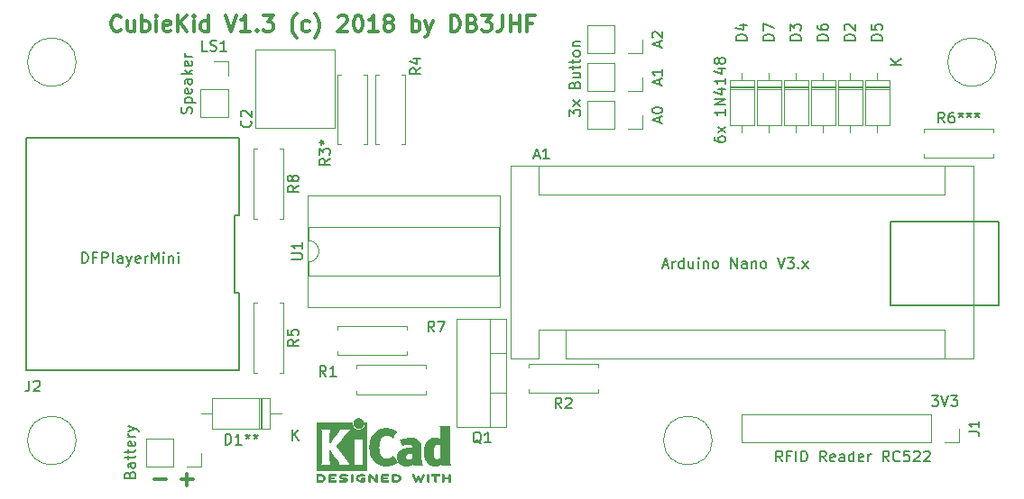
<source format=gbr>
%FSLAX34Y34*%
%MOMM*%
%LNSILK_TOP*%
G71*
G01*
%ADD10C, 0.200*%
%ADD11C, 0.300*%
%ADD12C, 0.150*%
%ADD13C, 0.120*%
%ADD14C, 0.010*%
%LPD*%
G54D10*
X837400Y-199860D02*
X939000Y-199860D01*
X939000Y-278600D01*
X837400Y-278600D01*
X837400Y-199860D01*
G54D11*
X114714Y-19797D02*
X114000Y-20511D01*
X111857Y-21226D01*
X110428Y-21226D01*
X108286Y-20511D01*
X106857Y-19083D01*
X106143Y-17654D01*
X105428Y-14797D01*
X105428Y-12654D01*
X106143Y-9797D01*
X106857Y-8369D01*
X108286Y-6940D01*
X110428Y-6226D01*
X111857Y-6226D01*
X114000Y-6940D01*
X114714Y-7654D01*
G54D11*
X127571Y-11226D02*
X127571Y-21226D01*
G54D11*
X121143Y-11226D02*
X121143Y-19083D01*
X121857Y-20511D01*
X123286Y-21226D01*
X125428Y-21226D01*
X126857Y-20511D01*
X127571Y-19797D01*
G54D11*
X134714Y-21226D02*
X134714Y-6226D01*
G54D11*
X134714Y-11940D02*
X136143Y-11226D01*
X139000Y-11226D01*
X140428Y-11940D01*
X141143Y-12654D01*
X141857Y-14083D01*
X141857Y-18369D01*
X141143Y-19797D01*
X140428Y-20511D01*
X139000Y-21226D01*
X136143Y-21226D01*
X134714Y-20511D01*
G54D11*
X148286Y-21226D02*
X148286Y-11226D01*
G54D11*
X149000Y-6940D02*
X148286Y-6226D01*
X147571Y-6940D01*
X148286Y-7654D01*
X149000Y-6940D01*
G54D11*
X148286Y-6226D02*
X148286Y-7654D01*
G54D11*
X161143Y-20511D02*
X159714Y-21226D01*
X156857Y-21226D01*
X155428Y-20511D01*
X154714Y-19083D01*
X154714Y-13369D01*
X155428Y-11940D01*
X156857Y-11226D01*
X159714Y-11226D01*
X161143Y-11940D01*
X161857Y-13369D01*
X161857Y-14797D01*
X154714Y-16226D01*
G54D11*
X168286Y-21226D02*
X168286Y-6226D01*
G54D11*
X176857Y-21226D02*
X170428Y-12654D01*
G54D11*
X176857Y-6226D02*
X168286Y-14797D01*
G54D11*
X183286Y-21226D02*
X183286Y-11226D01*
G54D11*
X184000Y-6940D02*
X183286Y-6226D01*
X182571Y-6940D01*
X183286Y-7654D01*
X184000Y-6940D01*
G54D11*
X183286Y-6226D02*
X183286Y-7654D01*
G54D11*
X196857Y-21226D02*
X196857Y-6226D01*
G54D11*
X196857Y-20511D02*
X195428Y-21226D01*
X192571Y-21226D01*
X191143Y-20511D01*
X190428Y-19797D01*
X189714Y-18369D01*
X189714Y-14083D01*
X190428Y-12654D01*
X191143Y-11940D01*
X192571Y-11226D01*
X195428Y-11226D01*
X196857Y-11940D01*
G54D11*
X213286Y-6226D02*
X218286Y-21226D01*
X223286Y-6226D01*
G54D11*
X236143Y-21226D02*
X227571Y-21226D01*
G54D11*
X231857Y-21226D02*
X231857Y-6226D01*
X230428Y-8369D01*
X229000Y-9797D01*
X227571Y-10511D01*
G54D11*
X241857Y-20511D02*
X242571Y-19797D01*
X243286Y-20511D01*
X242571Y-21226D01*
X241857Y-20511D01*
G54D11*
X242571Y-19797D02*
X242571Y-21226D01*
G54D11*
X248286Y-6226D02*
X257571Y-6226D01*
X252571Y-11940D01*
X254714Y-11940D01*
X256143Y-12654D01*
X256857Y-13369D01*
X257571Y-14797D01*
X257571Y-18369D01*
X256857Y-19797D01*
X256143Y-20511D01*
X254714Y-21226D01*
X250428Y-21226D01*
X249000Y-20511D01*
X248286Y-19797D01*
G54D11*
X279714Y-26940D02*
X279000Y-26226D01*
X277571Y-24083D01*
X276857Y-22654D01*
X276143Y-20511D01*
X275428Y-16940D01*
X275428Y-14083D01*
X276143Y-10511D01*
X276857Y-8369D01*
X277571Y-6940D01*
X279000Y-4797D01*
X279714Y-4083D01*
G54D11*
X291857Y-20511D02*
X290429Y-21226D01*
X287571Y-21226D01*
X286143Y-20511D01*
X285428Y-19797D01*
X284714Y-18369D01*
X284714Y-14083D01*
X285428Y-12654D01*
X286143Y-11940D01*
X287571Y-11226D01*
X290429Y-11226D01*
X291857Y-11940D01*
G54D11*
X296857Y-26940D02*
X297571Y-26226D01*
X299000Y-24083D01*
X299714Y-22654D01*
X300429Y-20511D01*
X301143Y-16940D01*
X301143Y-14083D01*
X300429Y-10511D01*
X299714Y-8369D01*
X299000Y-6940D01*
X297571Y-4797D01*
X296857Y-4083D01*
G54D11*
X319000Y-7654D02*
X319714Y-6940D01*
X321143Y-6226D01*
X324714Y-6226D01*
X326143Y-6940D01*
X326857Y-7654D01*
X327571Y-9083D01*
X327571Y-10511D01*
X326857Y-12654D01*
X318286Y-21226D01*
X327571Y-21226D01*
G54D11*
X335429Y-6940D02*
X336857Y-6226D01*
X338286Y-6226D01*
X339714Y-6940D01*
X340429Y-7654D01*
X341143Y-9083D01*
X341857Y-11940D01*
X341857Y-15511D01*
X341143Y-18369D01*
X340429Y-19797D01*
X339714Y-20511D01*
X338286Y-21226D01*
X336857Y-21226D01*
X335429Y-20511D01*
X334714Y-19797D01*
X334000Y-18369D01*
X333286Y-15511D01*
X333286Y-11940D01*
X334000Y-9083D01*
X334714Y-7654D01*
X335429Y-6940D01*
G54D11*
X356143Y-21226D02*
X347571Y-21226D01*
G54D11*
X351857Y-21226D02*
X351857Y-6226D01*
X350429Y-8369D01*
X349000Y-9797D01*
X347571Y-10511D01*
G54D11*
X364714Y-12654D02*
X363286Y-13369D01*
X362571Y-14083D01*
X361857Y-15511D01*
X361857Y-18369D01*
X362571Y-19797D01*
X363286Y-20511D01*
X364714Y-21226D01*
X367571Y-21226D01*
X369000Y-20511D01*
X369714Y-19797D01*
X370429Y-18369D01*
X370429Y-15511D01*
X369714Y-14083D01*
X369000Y-13369D01*
X367571Y-12654D01*
X364714Y-12654D01*
X363286Y-11940D01*
X362571Y-11226D01*
X361857Y-9797D01*
X361857Y-9083D01*
X362571Y-7654D01*
X363286Y-6940D01*
X364714Y-6226D01*
X367571Y-6226D01*
X369000Y-6940D01*
X369714Y-7654D01*
X370429Y-9083D01*
X370429Y-9797D01*
X369714Y-11226D01*
X369000Y-11940D01*
X367571Y-12654D01*
G54D11*
X388286Y-21226D02*
X388286Y-6226D01*
G54D11*
X388286Y-11940D02*
X389714Y-11226D01*
X392571Y-11226D01*
X394000Y-11940D01*
X394714Y-12654D01*
X395429Y-14083D01*
X395429Y-18369D01*
X394714Y-19797D01*
X394000Y-20511D01*
X392571Y-21226D01*
X389714Y-21226D01*
X388286Y-20511D01*
G54D11*
X400429Y-11226D02*
X404000Y-21226D01*
X407571Y-11226D01*
G54D11*
X404000Y-21226D02*
X402571Y-24797D01*
X401857Y-25511D01*
X400429Y-26226D01*
G54D11*
X428286Y-21226D02*
X424714Y-21226D01*
X424714Y-6226D01*
X428286Y-6226D01*
X430429Y-6940D01*
X431857Y-8369D01*
X432571Y-9797D01*
X433286Y-12654D01*
X433286Y-14797D01*
X432571Y-17654D01*
X431857Y-19083D01*
X430429Y-20511D01*
X428286Y-21226D01*
G54D11*
X446143Y-12654D02*
X444714Y-13369D01*
X446857Y-14083D01*
X447571Y-14797D01*
X448286Y-16226D01*
X448286Y-18369D01*
X447571Y-19797D01*
X446857Y-20511D01*
X445429Y-21226D01*
X439714Y-21226D01*
X439714Y-6226D01*
X444714Y-6226D01*
X446143Y-6940D01*
X446857Y-7654D01*
X447571Y-9083D01*
X447571Y-10511D01*
X446857Y-11940D01*
X446143Y-12654D01*
G54D11*
X444714Y-13369D02*
X439714Y-13369D01*
G54D11*
X453286Y-6226D02*
X462571Y-6226D01*
X457571Y-11940D01*
X459714Y-11940D01*
X461143Y-12654D01*
X461857Y-13369D01*
X462571Y-14797D01*
X462571Y-18369D01*
X461857Y-19797D01*
X461143Y-20511D01*
X459714Y-21226D01*
X455429Y-21226D01*
X454000Y-20511D01*
X453286Y-19797D01*
G54D11*
X473286Y-6226D02*
X473286Y-16940D01*
X472571Y-19083D01*
X471143Y-20511D01*
X469000Y-21226D01*
X467571Y-21226D01*
G54D11*
X480429Y-21226D02*
X480429Y-6226D01*
G54D11*
X480429Y-13369D02*
X489000Y-13369D01*
G54D11*
X489000Y-21226D02*
X489000Y-6226D01*
G54D11*
X501143Y-13369D02*
X496143Y-13369D01*
G54D11*
X496143Y-21226D02*
X496143Y-6226D01*
X503286Y-6226D01*
G54D11*
X171286Y-442231D02*
X182714Y-442231D01*
G54D11*
X177000Y-447946D02*
X177000Y-436517D01*
G54D11*
X145886Y-442231D02*
X157314Y-442231D01*
G54D12*
X875819Y-363294D02*
X882010Y-363294D01*
X878676Y-367103D01*
X880105Y-367103D01*
X881057Y-367580D01*
X881533Y-368056D01*
X882010Y-369008D01*
X882010Y-371389D01*
X881533Y-372341D01*
X881057Y-372818D01*
X880105Y-373294D01*
X877248Y-373294D01*
X876295Y-372818D01*
X875819Y-372341D01*
G54D12*
X884867Y-363294D02*
X888200Y-373294D01*
X891533Y-363294D01*
G54D12*
X893914Y-363294D02*
X900105Y-363294D01*
X896771Y-367103D01*
X898200Y-367103D01*
X899152Y-367580D01*
X899629Y-368056D01*
X900105Y-369008D01*
X900105Y-371389D01*
X899629Y-372341D01*
X899152Y-372818D01*
X898200Y-373294D01*
X895343Y-373294D01*
X894390Y-372818D01*
X893914Y-372341D01*
G54D13*
X480500Y-328160D02*
X480500Y-147760D01*
X914900Y-147760D01*
X914900Y-328160D01*
X532600Y-328160D01*
X532600Y-301460D01*
X507200Y-301460D01*
X507200Y-328160D01*
X480500Y-328160D01*
G54D13*
X888200Y-147760D02*
X888200Y-174460D01*
X507200Y-174460D01*
X507200Y-147760D01*
G54D13*
X532600Y-301460D02*
X888200Y-301460D01*
X888200Y-328160D01*
G54D13*
X315800Y-37800D02*
X315800Y-112200D01*
X241400Y-112200D01*
X241400Y-37800D01*
X315800Y-37800D01*
G54D13*
X734300Y-109300D02*
X734300Y-66900D01*
X711900Y-66900D01*
X711900Y-109300D01*
X734300Y-109300D01*
G54D13*
X723100Y-60400D02*
X723100Y-66900D01*
G54D13*
X723100Y-115800D02*
X723100Y-109300D01*
G54D13*
X734300Y-74100D02*
X711900Y-74100D01*
G54D13*
X734300Y-75300D02*
X711900Y-75300D01*
G54D13*
X734300Y-72900D02*
X711900Y-72900D01*
G54D13*
X476400Y-393300D02*
X429990Y-393300D01*
X429990Y-290900D01*
X476400Y-290900D01*
X476400Y-393300D01*
G54D13*
X461300Y-290900D02*
X461300Y-393300D01*
G54D13*
X476400Y-323600D02*
X461300Y-323600D01*
G54D13*
X476400Y-360610D02*
X461300Y-360610D01*
G54D13*
G75*
G01X290700Y-237800D02*
G03X290700Y-217800I0J10000D01*
G01*
G54D13*
X290700Y-237800D02*
X290700Y-250300D01*
X469700Y-250300D01*
X469700Y-205300D01*
X290700Y-205300D01*
X290700Y-217800D01*
G54D13*
X290100Y-175300D02*
X290100Y-280300D01*
X470300Y-280300D01*
X470300Y-175300D01*
X290100Y-175300D01*
G54D13*
X708900Y-109300D02*
X708900Y-66900D01*
X686500Y-66900D01*
X686500Y-109300D01*
X708900Y-109300D01*
G54D13*
X697700Y-60400D02*
X697700Y-66900D01*
G54D13*
X697700Y-115800D02*
X697700Y-109300D01*
G54D13*
X708900Y-74100D02*
X686500Y-74100D01*
G54D13*
X708900Y-75300D02*
X686500Y-75300D01*
G54D13*
X708900Y-72900D02*
X686500Y-72900D01*
G54D13*
X759700Y-72900D02*
X737300Y-72900D01*
G54D13*
X759700Y-75300D02*
X737300Y-75300D01*
G54D13*
X759700Y-74100D02*
X737300Y-74100D01*
G54D13*
X748500Y-115800D02*
X748500Y-109300D01*
G54D13*
X748500Y-60400D02*
X748500Y-66900D01*
G54D13*
X759700Y-66900D02*
X737300Y-66900D01*
X737300Y-109300D01*
X759700Y-109300D01*
X759700Y-66900D01*
G54D13*
X200600Y-394900D02*
X255000Y-394900D01*
X255000Y-365500D01*
X200600Y-365500D01*
X200600Y-394900D01*
G54D13*
X265200Y-380200D02*
X255000Y-380200D01*
G54D13*
X190400Y-380200D02*
X200600Y-380200D01*
G54D13*
X246000Y-394900D02*
X246000Y-365500D01*
G54D13*
X244800Y-394900D02*
X244800Y-365500D01*
G54D13*
X247200Y-394900D02*
X247200Y-365500D01*
G54D13*
X810500Y-109300D02*
X810500Y-66900D01*
X788100Y-66900D01*
X788100Y-109300D01*
X810500Y-109300D01*
G54D13*
X799300Y-60400D02*
X799300Y-66900D01*
G54D13*
X799300Y-115800D02*
X799300Y-109300D01*
G54D13*
X810500Y-74100D02*
X788100Y-74100D01*
G54D13*
X810500Y-75300D02*
X788100Y-75300D01*
G54D13*
X810500Y-72900D02*
X788100Y-72900D01*
G54D13*
X202400Y-49400D02*
X215700Y-49400D01*
X215700Y-62700D01*
G54D13*
X189100Y-75400D02*
X215700Y-75400D01*
X215700Y-101400D01*
X189100Y-101400D01*
X189100Y-75400D01*
G54D13*
X336070Y-358850D02*
X336070Y-362150D01*
X401470Y-362150D01*
X401470Y-358850D01*
G54D13*
X336070Y-338050D02*
X336070Y-334750D01*
X401470Y-334750D01*
X401470Y-338050D01*
G54D13*
X562760Y-357580D02*
X562760Y-360880D01*
X497360Y-360880D01*
X497360Y-357580D01*
G54D13*
X562760Y-336780D02*
X562760Y-333480D01*
X497360Y-333480D01*
X497360Y-336780D01*
G54D13*
X342340Y-61750D02*
X345640Y-61750D01*
X345640Y-127150D01*
X342340Y-127150D01*
G54D13*
X321540Y-61750D02*
X318240Y-61750D01*
X318240Y-127150D01*
X321540Y-127150D01*
G54D13*
X377900Y-127150D02*
X381200Y-127150D01*
X381200Y-61750D01*
X377900Y-61750D01*
G54D13*
X357100Y-127150D02*
X353800Y-127150D01*
X353800Y-61750D01*
X357100Y-61750D01*
G54D13*
X263600Y-276380D02*
X266900Y-276380D01*
X266900Y-341780D01*
X263600Y-341780D01*
G54D13*
X242800Y-276380D02*
X239500Y-276380D01*
X239500Y-341780D01*
X242800Y-341780D01*
G54D13*
X868200Y-115800D02*
X868200Y-112500D01*
X933600Y-112500D01*
X933600Y-115800D01*
G54D13*
X868200Y-136600D02*
X868200Y-139900D01*
X933600Y-139900D01*
X933600Y-136600D01*
G54D13*
X835900Y-109300D02*
X835900Y-66900D01*
X813500Y-66900D01*
X813500Y-109300D01*
X835900Y-109300D01*
G54D13*
X824700Y-60400D02*
X824700Y-66900D01*
G54D13*
X824700Y-115800D02*
X824700Y-109300D01*
G54D13*
X835900Y-74100D02*
X813500Y-74100D01*
G54D13*
X835900Y-75300D02*
X813500Y-75300D01*
G54D13*
X835900Y-72900D02*
X813500Y-72900D01*
G54D13*
X785100Y-72900D02*
X762700Y-72900D01*
G54D13*
X785100Y-75300D02*
X762700Y-75300D01*
G54D13*
X785100Y-74100D02*
X762700Y-74100D01*
G54D13*
X773900Y-115800D02*
X773900Y-109300D01*
G54D13*
X773900Y-60400D02*
X773900Y-66900D01*
G54D13*
X785100Y-66900D02*
X762700Y-66900D01*
X762700Y-109300D01*
X785100Y-109300D01*
X785100Y-66900D01*
G54D13*
X875500Y-407470D02*
X697100Y-407470D01*
X697100Y-380870D01*
X875500Y-380870D01*
X875500Y-407470D01*
G54D13*
X901500Y-394170D02*
X901500Y-407470D01*
X888200Y-407470D01*
G54D12*
X226100Y-194040D02*
X226100Y-121440D01*
X26300Y-121440D01*
X26300Y-339240D01*
X226100Y-339240D01*
X226100Y-266640D01*
X221600Y-266640D01*
X221600Y-194040D01*
X226100Y-194040D01*
G54D13*
X383690Y-301220D02*
X383690Y-297920D01*
X318290Y-297920D01*
X318290Y-301220D01*
G54D13*
X383690Y-322020D02*
X383690Y-325320D01*
X318290Y-325320D01*
X318290Y-322020D01*
G54D13*
X263600Y-131600D02*
X266900Y-131600D01*
X266900Y-197000D01*
X263600Y-197000D01*
G54D13*
X242800Y-131600D02*
X239500Y-131600D01*
X239500Y-197000D01*
X242800Y-197000D01*
G54D13*
X164300Y-430330D02*
X138300Y-430330D01*
X138300Y-403730D01*
X164300Y-403730D01*
X164300Y-430330D01*
G54D13*
X190300Y-417030D02*
X190300Y-430330D01*
X177000Y-430330D01*
G54D13*
X578320Y-112830D02*
X552320Y-112830D01*
X552320Y-86230D01*
X578320Y-86230D01*
X578320Y-112830D01*
G54D13*
X604320Y-99530D02*
X604320Y-112830D01*
X591020Y-112830D01*
G54D13*
X604320Y-63970D02*
X604320Y-77270D01*
X591020Y-77270D01*
G54D13*
X578320Y-50670D02*
X578320Y-77270D01*
X552320Y-77270D01*
X552320Y-50670D01*
X578320Y-50670D01*
G54D13*
X604320Y-28410D02*
X604320Y-41710D01*
X591020Y-41710D01*
G54D13*
X578320Y-15110D02*
X578320Y-41710D01*
X552320Y-41710D01*
X552320Y-15110D01*
X578320Y-15110D01*
G54D13*
G75*
G01X936460Y-50000D02*
G03X936460Y-50000I-22860J0D01*
G01*
G54D13*
G75*
G01X669760Y-405600D02*
G03X669760Y-405600I-22860J0D01*
G01*
G54D13*
G75*
G01X72860Y-50000D02*
G03X72860Y-50000I-22860J0D01*
G01*
G54D13*
G75*
G01X72860Y-405600D02*
G03X72860Y-405600I-22860J0D01*
G01*
G36*
X338420Y-384756D02*
X339382Y-384998D01*
X340248Y-385426D01*
X340996Y-386024D01*
X341606Y-386775D01*
X342056Y-387662D01*
X342319Y-388625D01*
X342377Y-389598D01*
X342228Y-390537D01*
X341892Y-391415D01*
X341385Y-392208D01*
X340727Y-392888D01*
X339936Y-393431D01*
X339031Y-393810D01*
X338518Y-393934D01*
X338073Y-394009D01*
X337730Y-394039D01*
X337400Y-394021D01*
X336996Y-393952D01*
X336665Y-393882D01*
X335731Y-393567D01*
X334894Y-393056D01*
X334173Y-392364D01*
X333588Y-391507D01*
X333448Y-391235D01*
X333284Y-390871D01*
X333181Y-390566D01*
X333126Y-390244D01*
X333103Y-389833D01*
X333101Y-389372D01*
X333141Y-388529D01*
X333276Y-387836D01*
X333527Y-387230D01*
X333922Y-386646D01*
X334307Y-386203D01*
X335026Y-385545D01*
X335777Y-385091D01*
X336604Y-384818D01*
X337381Y-384716D01*
X338420Y-384756D01*
G37*
G54D14*
X337381Y-384716D02*
X338420Y-384756D01*
X339382Y-384998D01*
X340248Y-385426D01*
X340996Y-386024D01*
X341606Y-386775D01*
X342056Y-387662D01*
X342319Y-388625D01*
X342377Y-389598D01*
X342228Y-390537D01*
X341892Y-391415D01*
X341385Y-392208D01*
X340727Y-392888D01*
X339936Y-393431D01*
X339031Y-393810D01*
X338518Y-393934D01*
X338073Y-394009D01*
X337730Y-394039D01*
X337400Y-394021D01*
X336996Y-393952D01*
X336665Y-393882D01*
X335731Y-393567D01*
X334894Y-393056D01*
X334173Y-392364D01*
X333588Y-391507D01*
X333448Y-391235D01*
X333284Y-390871D01*
X333181Y-390566D01*
X333126Y-390244D01*
X333103Y-389833D01*
X333101Y-389372D01*
X333141Y-388529D01*
X333276Y-387836D01*
X333527Y-387230D01*
X333922Y-386646D01*
X334307Y-386203D01*
X335026Y-385545D01*
X335777Y-385091D01*
X336604Y-384818D01*
X337381Y-384716D01*
G36*
X423015Y-409212D02*
X423015Y-411557D01*
X423016Y-413686D01*
X423016Y-415612D01*
X423018Y-417345D01*
X423021Y-418896D01*
X423025Y-420276D01*
X423032Y-421497D01*
X423040Y-422569D01*
X423052Y-423503D01*
X423067Y-424311D01*
X423086Y-425003D01*
X423108Y-425590D01*
X423135Y-426084D01*
X423166Y-426495D01*
X423203Y-426834D01*
X423245Y-427113D01*
X423293Y-427342D01*
X423348Y-427532D01*
X423409Y-427695D01*
X423477Y-427842D01*
X423553Y-427982D01*
X423636Y-428129D01*
X423688Y-428220D01*
X424031Y-428827D01*
X415450Y-428827D01*
X415450Y-427867D01*
X415442Y-427434D01*
X415423Y-427102D01*
X415395Y-426924D01*
X415268Y-426977D01*
X415041Y-427155D01*
X414814Y-427349D01*
X414268Y-427756D01*
X413573Y-428166D01*
X412803Y-428541D01*
X412030Y-428844D01*
X411721Y-428940D01*
X411036Y-429086D01*
X410208Y-429185D01*
X409314Y-429236D01*
X408432Y-429234D01*
X407642Y-429177D01*
X407265Y-429119D01*
X405884Y-428738D01*
X404611Y-428161D01*
X403453Y-427392D01*
X402416Y-426437D01*
X401508Y-425302D01*
X400840Y-424194D01*
X400292Y-423026D01*
X399872Y-421833D01*
X399572Y-420573D01*
X399383Y-419206D01*
X399297Y-417692D01*
X399290Y-416917D01*
X399311Y-416349D01*
X407602Y-416349D01*
X407604Y-417280D01*
X407633Y-418157D01*
X407690Y-418928D01*
X407774Y-419540D01*
X407800Y-419664D01*
X408118Y-420736D01*
X408535Y-421607D01*
X409054Y-422276D01*
X409678Y-422748D01*
X410411Y-423024D01*
X411257Y-423105D01*
X412218Y-422996D01*
X412853Y-422838D01*
X413345Y-422656D01*
X413886Y-422398D01*
X414292Y-422161D01*
X414998Y-421697D01*
X414998Y-410195D01*
X414324Y-409760D01*
X413539Y-409350D01*
X412697Y-409084D01*
X411846Y-408965D01*
X411032Y-408997D01*
X410304Y-409186D01*
X409984Y-409342D01*
X409405Y-409772D01*
X408915Y-410340D01*
X408504Y-411066D01*
X408159Y-411971D01*
X407868Y-413077D01*
X407856Y-413135D01*
X407754Y-413758D01*
X407678Y-414536D01*
X407627Y-415417D01*
X407602Y-416349D01*
X399311Y-416349D01*
X399369Y-414789D01*
X399588Y-412831D01*
X399948Y-411043D01*
X400448Y-409428D01*
X401087Y-407987D01*
X401865Y-406721D01*
X402781Y-405631D01*
X403835Y-404719D01*
X404287Y-404409D01*
X405296Y-403848D01*
X406329Y-403452D01*
X407430Y-403210D01*
X408643Y-403112D01*
X409568Y-403123D01*
X410865Y-403232D01*
X411991Y-403450D01*
X412979Y-403787D01*
X413861Y-404252D01*
X414350Y-404594D01*
X414644Y-404814D01*
X414860Y-404963D01*
X414942Y-405007D01*
X414959Y-404899D01*
X414972Y-404592D01*
X414981Y-404115D01*
X414988Y-403495D01*
X414992Y-402759D01*
X414993Y-401934D01*
X414992Y-401049D01*
X414988Y-400131D01*
X414982Y-399207D01*
X414973Y-398305D01*
X414963Y-397453D01*
X414950Y-396677D01*
X414936Y-396006D01*
X414919Y-395466D01*
X414902Y-395086D01*
X414897Y-395017D01*
X414821Y-394312D01*
X414705Y-393761D01*
X414528Y-393290D01*
X414267Y-392826D01*
X414204Y-392731D01*
X413960Y-392364D01*
X423013Y-392364D01*
X423015Y-409212D01*
G37*
G54D14*
X423013Y-392364D02*
X423015Y-409212D01*
X423015Y-411557D01*
X423016Y-413686D01*
X423016Y-415612D01*
X423018Y-417345D01*
X423021Y-418896D01*
X423025Y-420276D01*
X423032Y-421497D01*
X423040Y-422569D01*
X423052Y-423503D01*
X423067Y-424311D01*
X423086Y-425003D01*
X423108Y-425590D01*
X423135Y-426084D01*
X423166Y-426495D01*
X423203Y-426834D01*
X423245Y-427113D01*
X423293Y-427342D01*
X423348Y-427532D01*
X423409Y-427695D01*
X423477Y-427842D01*
X423553Y-427982D01*
X423636Y-428129D01*
X423688Y-428220D01*
X424031Y-428827D01*
X415450Y-428827D01*
X415450Y-427867D01*
X415442Y-427434D01*
X415423Y-427102D01*
X415395Y-426924D01*
X415382Y-426908D01*
X415268Y-426977D01*
X415041Y-427155D01*
X414814Y-427349D01*
X414268Y-427756D01*
X413573Y-428166D01*
X412803Y-428541D01*
X412030Y-428844D01*
X411721Y-428940D01*
X411036Y-429086D01*
X410208Y-429185D01*
X409314Y-429236D01*
X408432Y-429234D01*
X407642Y-429177D01*
X407265Y-429119D01*
X405884Y-428738D01*
X404611Y-428161D01*
X403453Y-427392D01*
X402416Y-426437D01*
X401508Y-425302D01*
X400840Y-424194D01*
X400292Y-423026D01*
X399872Y-421833D01*
X399572Y-420573D01*
X399383Y-419206D01*
X399297Y-417692D01*
X399290Y-416917D01*
X399311Y-416349D01*
X407602Y-416349D01*
X407604Y-417280D01*
X407633Y-418157D01*
X407690Y-418928D01*
X407774Y-419540D01*
X407800Y-419664D01*
X408118Y-420736D01*
X408535Y-421607D01*
X409054Y-422276D01*
X409678Y-422748D01*
X410411Y-423024D01*
X411257Y-423105D01*
X412218Y-422996D01*
X412853Y-422838D01*
X413345Y-422656D01*
X413886Y-422398D01*
X414292Y-422161D01*
X414998Y-421697D01*
X414998Y-410195D01*
X414324Y-409760D01*
X413539Y-409350D01*
X412697Y-409084D01*
X411846Y-408965D01*
X411032Y-408997D01*
X410304Y-409186D01*
X409984Y-409342D01*
X409405Y-409772D01*
X408915Y-410340D01*
X408504Y-411066D01*
X408159Y-411971D01*
X407868Y-413077D01*
X407856Y-413135D01*
X407754Y-413758D01*
X407678Y-414536D01*
X407627Y-415417D01*
X407602Y-416349D01*
X399311Y-416349D01*
X399369Y-414789D01*
X399588Y-412831D01*
X399948Y-411043D01*
X400448Y-409428D01*
X401087Y-407987D01*
X401865Y-406721D01*
X402781Y-405631D01*
X403835Y-404719D01*
X404287Y-404409D01*
X405296Y-403848D01*
X406329Y-403452D01*
X407430Y-403210D01*
X408643Y-403112D01*
X409568Y-403123D01*
X410865Y-403232D01*
X411991Y-403450D01*
X412979Y-403787D01*
X413861Y-404252D01*
X414350Y-404594D01*
X414644Y-404814D01*
X414860Y-404963D01*
X414942Y-405007D01*
X414959Y-404899D01*
X414972Y-404592D01*
X414981Y-404115D01*
X414988Y-403495D01*
X414992Y-402759D01*
X414993Y-401934D01*
X414992Y-401049D01*
X414988Y-400131D01*
X414982Y-399207D01*
X414973Y-398305D01*
X414963Y-397453D01*
X414950Y-396677D01*
X414936Y-396006D01*
X414919Y-395466D01*
X414902Y-395086D01*
X414897Y-395017D01*
X414821Y-394312D01*
X414705Y-393761D01*
X414528Y-393290D01*
X414267Y-392826D01*
X414204Y-392731D01*
X413960Y-392364D01*
X423013Y-392364D01*
G36*
X387886Y-403156D02*
X389405Y-403356D01*
X390758Y-403692D01*
X391952Y-404167D01*
X392998Y-404784D01*
X393774Y-405420D01*
X394463Y-406161D01*
X395000Y-406959D01*
X395429Y-407881D01*
X395584Y-408312D01*
X395712Y-408701D01*
X395824Y-409063D01*
X395921Y-409414D01*
X396004Y-409774D01*
X396074Y-410160D01*
X396133Y-410592D01*
X396181Y-411086D01*
X396221Y-411663D01*
X396253Y-412339D01*
X396280Y-413133D01*
X396301Y-414064D01*
X396318Y-415150D01*
X396334Y-416409D01*
X396348Y-417860D01*
X396360Y-419288D01*
X396374Y-420850D01*
X396386Y-422202D01*
X396398Y-423362D01*
X396411Y-424346D01*
X396427Y-425171D01*
X396447Y-425852D01*
X396472Y-426408D01*
X396503Y-426853D01*
X396541Y-427205D01*
X396589Y-427480D01*
X396646Y-427696D01*
X396715Y-427867D01*
X396797Y-428012D01*
X396892Y-428146D01*
X397003Y-428286D01*
X397046Y-428341D01*
X397204Y-428569D01*
X397274Y-428725D01*
X397166Y-428751D01*
X396856Y-428772D01*
X396370Y-428789D01*
X395732Y-428805D01*
X394967Y-428816D01*
X394099Y-428824D01*
X393155Y-428827D01*
X393046Y-428827D01*
X388816Y-428827D01*
X388784Y-427866D01*
X388751Y-426906D01*
X388130Y-427415D01*
X387157Y-428091D01*
X386058Y-428638D01*
X385194Y-428940D01*
X384503Y-429087D01*
X383669Y-429187D01*
X382772Y-429236D01*
X381888Y-429233D01*
X381098Y-429174D01*
X380736Y-429116D01*
X379336Y-428738D01*
X378072Y-428189D01*
X376953Y-427479D01*
X375988Y-426616D01*
X375186Y-425607D01*
X374557Y-424461D01*
X374113Y-423200D01*
X373990Y-422634D01*
X373914Y-422012D01*
X373877Y-421264D01*
X373872Y-420925D01*
X381472Y-420893D01*
X381565Y-421643D01*
X381847Y-422282D01*
X382332Y-422838D01*
X382866Y-423230D01*
X383382Y-423456D01*
X383990Y-423575D01*
X384744Y-423604D01*
X384925Y-423600D01*
X385463Y-423573D01*
X385863Y-423519D01*
X386213Y-423417D01*
X386601Y-423248D01*
X386708Y-423197D01*
X387314Y-422838D01*
X387782Y-422412D01*
X387910Y-422260D01*
X388356Y-421695D01*
X388356Y-419736D01*
X388351Y-418949D01*
X388334Y-418370D01*
X388304Y-417979D01*
X388261Y-417757D01*
X388220Y-417693D01*
X388060Y-417661D01*
X387723Y-417635D01*
X387253Y-417617D01*
X386700Y-417609D01*
X386611Y-417608D01*
X385403Y-417661D01*
X384377Y-417823D01*
X383511Y-418100D01*
X382787Y-418498D01*
X382238Y-418968D01*
X381792Y-419546D01*
X381545Y-420177D01*
X381472Y-420893D01*
X373873Y-420893D01*
X373892Y-419987D01*
X373975Y-419198D01*
X374138Y-418486D01*
X374394Y-417779D01*
X374634Y-417255D01*
X375220Y-416302D01*
X376001Y-415422D01*
X376953Y-414630D01*
X378052Y-413943D01*
X379275Y-413377D01*
X380598Y-412948D01*
X381244Y-412799D01*
X382606Y-412578D01*
X384090Y-412432D01*
X385605Y-412368D01*
X386871Y-412384D01*
X388490Y-412452D01*
X388415Y-411862D01*
X388222Y-410871D01*
X387911Y-410064D01*
X387473Y-409435D01*
X386899Y-408978D01*
X386180Y-408686D01*
X385310Y-408554D01*
X384277Y-408576D01*
X383897Y-408616D01*
X382485Y-408868D01*
X381117Y-409278D01*
X380172Y-409658D01*
X379720Y-409852D01*
X379336Y-410008D01*
X379072Y-410104D01*
X378996Y-410124D01*
X378898Y-410034D01*
X378731Y-409744D01*
X378492Y-409252D01*
X378181Y-408555D01*
X377795Y-407649D01*
X377729Y-407491D01*
X377429Y-406768D01*
X377159Y-406114D01*
X376931Y-405559D01*
X376758Y-405131D01*
X376650Y-404858D01*
X376619Y-404769D01*
X376719Y-404722D01*
X376982Y-404669D01*
X377265Y-404632D01*
X377566Y-404585D01*
X378044Y-404490D01*
X378656Y-404358D01*
X379359Y-404198D01*
X380112Y-404018D01*
X380398Y-403948D01*
X381448Y-403692D01*
X382325Y-403492D01*
X383071Y-403340D01*
X383729Y-403230D01*
X384343Y-403157D01*
X384956Y-403113D01*
X385611Y-403093D01*
X386191Y-403089D01*
X387886Y-403156D01*
G37*
G54D14*
X386191Y-403089D02*
X387886Y-403156D01*
X389405Y-403356D01*
X390758Y-403692D01*
X391952Y-404167D01*
X392998Y-404784D01*
X393774Y-405420D01*
X394463Y-406161D01*
X395000Y-406959D01*
X395429Y-407881D01*
X395584Y-408312D01*
X395712Y-408701D01*
X395824Y-409063D01*
X395921Y-409414D01*
X396004Y-409774D01*
X396074Y-410160D01*
X396133Y-410592D01*
X396181Y-411086D01*
X396221Y-411663D01*
X396253Y-412339D01*
X396280Y-413133D01*
X396301Y-414064D01*
X396318Y-415150D01*
X396334Y-416409D01*
X396348Y-417860D01*
X396360Y-419288D01*
X396374Y-420850D01*
X396386Y-422202D01*
X396398Y-423362D01*
X396411Y-424346D01*
X396427Y-425171D01*
X396447Y-425852D01*
X396472Y-426408D01*
X396503Y-426853D01*
X396541Y-427205D01*
X396589Y-427480D01*
X396646Y-427696D01*
X396715Y-427867D01*
X396797Y-428012D01*
X396892Y-428146D01*
X397003Y-428286D01*
X397046Y-428341D01*
X397204Y-428569D01*
X397274Y-428725D01*
X397274Y-428729D01*
X397166Y-428751D01*
X396856Y-428772D01*
X396370Y-428789D01*
X395732Y-428805D01*
X394967Y-428816D01*
X394099Y-428824D01*
X393155Y-428827D01*
X393046Y-428827D01*
X388816Y-428827D01*
X388784Y-427866D01*
X388751Y-426906D01*
X388130Y-427415D01*
X387157Y-428091D01*
X386058Y-428638D01*
X385194Y-428940D01*
X384503Y-429087D01*
X383669Y-429187D01*
X382772Y-429236D01*
X381888Y-429233D01*
X381098Y-429174D01*
X380736Y-429116D01*
X379336Y-428738D01*
X378072Y-428189D01*
X376953Y-427479D01*
X375988Y-426616D01*
X375186Y-425607D01*
X374557Y-424461D01*
X374113Y-423200D01*
X373990Y-422634D01*
X373914Y-422012D01*
X373877Y-421264D01*
X373872Y-420925D01*
X373873Y-420893D01*
X381472Y-420893D01*
X381565Y-421643D01*
X381847Y-422282D01*
X382332Y-422838D01*
X382382Y-422882D01*
X382866Y-423230D01*
X383382Y-423456D01*
X383990Y-423575D01*
X384744Y-423604D01*
X384925Y-423600D01*
X385463Y-423573D01*
X385863Y-423519D01*
X386213Y-423417D01*
X386601Y-423248D01*
X386708Y-423197D01*
X387314Y-422838D01*
X387782Y-422412D01*
X387910Y-422260D01*
X388356Y-421695D01*
X388356Y-419736D01*
X388351Y-418949D01*
X388334Y-418370D01*
X388304Y-417979D01*
X388261Y-417757D01*
X388220Y-417693D01*
X388060Y-417661D01*
X387723Y-417635D01*
X387253Y-417617D01*
X386700Y-417609D01*
X386611Y-417608D01*
X385403Y-417661D01*
X384377Y-417823D01*
X383511Y-418100D01*
X382787Y-418498D01*
X382238Y-418968D01*
X381792Y-419546D01*
X381545Y-420177D01*
X381472Y-420893D01*
X373873Y-420893D01*
X373892Y-419987D01*
X373975Y-419198D01*
X374138Y-418486D01*
X374394Y-417779D01*
X374634Y-417255D01*
X375220Y-416302D01*
X376001Y-415422D01*
X376953Y-414630D01*
X378052Y-413943D01*
X379275Y-413377D01*
X380598Y-412948D01*
X381244Y-412799D01*
X382606Y-412578D01*
X384090Y-412432D01*
X385605Y-412368D01*
X386871Y-412384D01*
X388490Y-412452D01*
X388415Y-411862D01*
X388222Y-410871D01*
X387911Y-410064D01*
X387473Y-409435D01*
X386899Y-408978D01*
X386180Y-408686D01*
X385310Y-408554D01*
X384277Y-408576D01*
X383897Y-408616D01*
X382485Y-408868D01*
X381117Y-409278D01*
X380172Y-409658D01*
X379720Y-409852D01*
X379336Y-410008D01*
X379072Y-410104D01*
X378996Y-410124D01*
X378898Y-410034D01*
X378731Y-409744D01*
X378492Y-409252D01*
X378181Y-408555D01*
X377795Y-407649D01*
X377729Y-407491D01*
X377429Y-406768D01*
X377159Y-406114D01*
X376931Y-405559D01*
X376758Y-405131D01*
X376650Y-404858D01*
X376619Y-404769D01*
X376719Y-404722D01*
X376982Y-404669D01*
X377265Y-404632D01*
X377566Y-404585D01*
X378044Y-404490D01*
X378656Y-404358D01*
X379359Y-404198D01*
X380112Y-404018D01*
X380398Y-403948D01*
X381448Y-403692D01*
X382325Y-403492D01*
X383071Y-403340D01*
X383729Y-403230D01*
X384343Y-403157D01*
X384956Y-403113D01*
X385611Y-403093D01*
X386191Y-403089D01*
G36*
X364434Y-393981D02*
X366036Y-394192D01*
X367675Y-394594D01*
X369373Y-395189D01*
X371150Y-395982D01*
X371263Y-396037D01*
X371840Y-396317D01*
X372356Y-396558D01*
X372772Y-396742D01*
X373052Y-396854D01*
X373147Y-396879D01*
X373340Y-396929D01*
X373335Y-397076D01*
X373174Y-397339D01*
X372923Y-397733D01*
X372599Y-398230D01*
X372221Y-398803D01*
X371808Y-399425D01*
X371378Y-400067D01*
X370949Y-400703D01*
X370540Y-401304D01*
X370170Y-401844D01*
X369856Y-402294D01*
X369618Y-402627D01*
X369473Y-402816D01*
X369352Y-402791D01*
X369129Y-402620D01*
X368823Y-402354D01*
X368665Y-402210D01*
X367700Y-401457D01*
X366633Y-400902D01*
X365478Y-400551D01*
X364250Y-400409D01*
X363556Y-400420D01*
X362344Y-400592D01*
X361252Y-400951D01*
X360276Y-401500D01*
X359412Y-402241D01*
X358658Y-403177D01*
X358010Y-404311D01*
X357636Y-405177D01*
X357197Y-406534D01*
X356874Y-408008D01*
X356666Y-409563D01*
X356571Y-411160D01*
X356588Y-412760D01*
X356718Y-414326D01*
X356959Y-415819D01*
X357310Y-417202D01*
X357771Y-418437D01*
X357934Y-418780D01*
X358616Y-419921D01*
X359421Y-420886D01*
X360336Y-421667D01*
X361349Y-422256D01*
X362449Y-422646D01*
X363624Y-422829D01*
X364039Y-422842D01*
X365254Y-422733D01*
X366459Y-422405D01*
X367637Y-421864D01*
X368773Y-421119D01*
X369687Y-420335D01*
X370152Y-419890D01*
X371965Y-422863D01*
X372416Y-423604D01*
X372828Y-424286D01*
X373187Y-424885D01*
X373479Y-425374D01*
X373687Y-425731D01*
X373799Y-425930D01*
X373732Y-426057D01*
X373476Y-426230D01*
X373079Y-426463D01*
X372573Y-426739D01*
X371991Y-427043D01*
X371364Y-427358D01*
X370726Y-427667D01*
X370109Y-427955D01*
X369544Y-428204D01*
X369064Y-428399D01*
X368830Y-428483D01*
X367492Y-428861D01*
X366113Y-429111D01*
X364636Y-429241D01*
X363368Y-429265D01*
X362689Y-429254D01*
X362033Y-429233D01*
X361458Y-429204D01*
X361024Y-429171D01*
X360883Y-429154D01*
X359493Y-428866D01*
X358078Y-428415D01*
X356703Y-427828D01*
X355434Y-427131D01*
X354659Y-426604D01*
X353385Y-425522D01*
X352202Y-424257D01*
X351132Y-422839D01*
X350196Y-421300D01*
X349418Y-419671D01*
X348980Y-418498D01*
X348477Y-416661D01*
X348142Y-414716D01*
X347974Y-412703D01*
X347974Y-410666D01*
X348141Y-408645D01*
X348475Y-406684D01*
X348976Y-404824D01*
X349014Y-404708D01*
X349643Y-403088D01*
X350410Y-401608D01*
X351342Y-400229D01*
X352465Y-398907D01*
X352904Y-398454D01*
X354265Y-397215D01*
X355665Y-396189D01*
X357124Y-395367D01*
X358664Y-394736D01*
X360307Y-394285D01*
X361263Y-394110D01*
X362850Y-393955D01*
X364434Y-393981D01*
G37*
G54D14*
X362850Y-393955D02*
X364434Y-393981D01*
X366036Y-394192D01*
X367675Y-394594D01*
X369373Y-395189D01*
X371150Y-395982D01*
X371263Y-396037D01*
X371840Y-396317D01*
X372356Y-396558D01*
X372772Y-396742D01*
X373052Y-396854D01*
X373147Y-396879D01*
X373340Y-396929D01*
X373386Y-396972D01*
X373335Y-397076D01*
X373174Y-397339D01*
X372923Y-397733D01*
X372599Y-398230D01*
X372221Y-398803D01*
X371808Y-399425D01*
X371378Y-400067D01*
X370949Y-400703D01*
X370540Y-401304D01*
X370170Y-401844D01*
X369856Y-402294D01*
X369618Y-402627D01*
X369473Y-402816D01*
X369453Y-402838D01*
X369352Y-402791D01*
X369129Y-402620D01*
X368823Y-402354D01*
X368665Y-402210D01*
X367700Y-401457D01*
X366633Y-400902D01*
X365478Y-400551D01*
X364250Y-400409D01*
X363556Y-400420D01*
X362344Y-400592D01*
X361252Y-400951D01*
X360276Y-401500D01*
X359412Y-402241D01*
X358658Y-403177D01*
X358010Y-404311D01*
X357636Y-405177D01*
X357197Y-406534D01*
X356874Y-408008D01*
X356666Y-409563D01*
X356571Y-411160D01*
X356588Y-412760D01*
X356718Y-414326D01*
X356959Y-415819D01*
X357310Y-417202D01*
X357771Y-418437D01*
X357934Y-418780D01*
X358616Y-419921D01*
X359421Y-420886D01*
X360336Y-421667D01*
X361349Y-422256D01*
X362449Y-422646D01*
X363624Y-422829D01*
X364039Y-422842D01*
X365254Y-422733D01*
X366459Y-422405D01*
X367637Y-421864D01*
X368773Y-421119D01*
X369687Y-420335D01*
X370152Y-419890D01*
X371965Y-422863D01*
X372416Y-423604D01*
X372828Y-424286D01*
X373187Y-424885D01*
X373479Y-425374D01*
X373687Y-425731D01*
X373799Y-425930D01*
X373814Y-425961D01*
X373732Y-426057D01*
X373476Y-426230D01*
X373079Y-426463D01*
X372573Y-426739D01*
X371991Y-427043D01*
X371364Y-427358D01*
X370726Y-427667D01*
X370109Y-427955D01*
X369544Y-428204D01*
X369064Y-428399D01*
X368830Y-428483D01*
X367492Y-428861D01*
X366113Y-429111D01*
X364636Y-429241D01*
X363368Y-429265D01*
X362689Y-429254D01*
X362033Y-429233D01*
X361458Y-429204D01*
X361024Y-429171D01*
X360883Y-429154D01*
X359493Y-428866D01*
X358078Y-428415D01*
X356703Y-427828D01*
X355434Y-427131D01*
X354659Y-426604D01*
X353385Y-425522D01*
X352202Y-424257D01*
X351132Y-422839D01*
X350196Y-421300D01*
X349418Y-419671D01*
X348980Y-418498D01*
X348477Y-416661D01*
X348142Y-414716D01*
X347974Y-412703D01*
X347974Y-410666D01*
X348141Y-408645D01*
X348475Y-406684D01*
X348976Y-404824D01*
X349014Y-404708D01*
X349643Y-403088D01*
X350410Y-401608D01*
X351342Y-400229D01*
X352465Y-398907D01*
X352904Y-398454D01*
X354265Y-397215D01*
X355665Y-396189D01*
X357124Y-395367D01*
X358664Y-394736D01*
X360307Y-394285D01*
X361263Y-394110D01*
X362850Y-393955D01*
G36*
X331686Y-389381D02*
X331795Y-390520D01*
X332111Y-391596D01*
X332620Y-392586D01*
X333307Y-393467D01*
X334158Y-394215D01*
X335128Y-394794D01*
X336190Y-395190D01*
X337260Y-395376D01*
X338317Y-395364D01*
X339339Y-395169D01*
X340305Y-394804D01*
X341194Y-394282D01*
X341984Y-393617D01*
X342656Y-392822D01*
X343188Y-391910D01*
X343558Y-390895D01*
X343746Y-389791D01*
X343765Y-389292D01*
X343765Y-388413D01*
X344284Y-388413D01*
X344648Y-388441D01*
X344916Y-388559D01*
X345188Y-388796D01*
X345571Y-389180D01*
X345571Y-411096D01*
X345571Y-413717D01*
X345571Y-416122D01*
X345570Y-418320D01*
X345569Y-420321D01*
X345568Y-422133D01*
X345566Y-423767D01*
X345563Y-425232D01*
X345560Y-426536D01*
X345555Y-427690D01*
X345550Y-428703D01*
X345544Y-429585D01*
X345537Y-430344D01*
X345528Y-430991D01*
X345519Y-431534D01*
X345508Y-431983D01*
X345496Y-432347D01*
X345482Y-432637D01*
X345467Y-432861D01*
X345451Y-433028D01*
X345432Y-433149D01*
X345412Y-433232D01*
X345390Y-433287D01*
X345337Y-433375D01*
X345302Y-433440D01*
X345264Y-433499D01*
X345213Y-433553D01*
X345141Y-433602D01*
X345039Y-433646D01*
X344896Y-433686D01*
X344705Y-433721D01*
X344455Y-433753D01*
X344138Y-433780D01*
X343743Y-433805D01*
X343263Y-433826D01*
X342688Y-433843D01*
X342008Y-433858D01*
X341214Y-433871D01*
X340297Y-433881D01*
X339248Y-433889D01*
X338058Y-433895D01*
X336717Y-433899D01*
X335216Y-433902D01*
X333546Y-433904D01*
X331698Y-433905D01*
X329662Y-433906D01*
X327430Y-433905D01*
X324991Y-433905D01*
X322337Y-433904D01*
X321953Y-433904D01*
X319283Y-433904D01*
X316830Y-433903D01*
X314584Y-433902D01*
X312537Y-433901D01*
X310678Y-433899D01*
X308999Y-433896D01*
X307491Y-433893D01*
X306144Y-433889D01*
X304950Y-433884D01*
X303898Y-433879D01*
X302980Y-433872D01*
X302187Y-433865D01*
X301510Y-433857D01*
X300938Y-433847D01*
X300464Y-433836D01*
X300077Y-433824D01*
X299770Y-433810D01*
X299531Y-433796D01*
X299353Y-433779D01*
X299226Y-433761D01*
X299141Y-433741D01*
X299013Y-433689D01*
X298935Y-433663D01*
X298864Y-433636D01*
X298799Y-433601D01*
X298741Y-433546D01*
X298688Y-433464D01*
X298640Y-433344D01*
X298598Y-433177D01*
X298561Y-432955D01*
X298528Y-432667D01*
X298499Y-432304D01*
X298475Y-431857D01*
X298454Y-431316D01*
X298436Y-430673D01*
X298422Y-429917D01*
X298410Y-429040D01*
X298401Y-428032D01*
X298394Y-426884D01*
X298389Y-425587D01*
X298386Y-424130D01*
X298384Y-422505D01*
X298383Y-420703D01*
X298383Y-418714D01*
X298383Y-416528D01*
X298384Y-414137D01*
X298384Y-411530D01*
X298384Y-411109D01*
X298384Y-408480D01*
X298383Y-406067D01*
X298383Y-403862D01*
X298384Y-401854D01*
X298384Y-400034D01*
X298386Y-398392D01*
X298389Y-396920D01*
X298394Y-395608D01*
X298400Y-394509D01*
X301428Y-394509D01*
X301826Y-395087D01*
X301938Y-395245D01*
X302038Y-395384D01*
X302129Y-395518D01*
X302209Y-395657D01*
X302280Y-395814D01*
X302342Y-396000D01*
X302397Y-396227D01*
X302443Y-396507D01*
X302483Y-396853D01*
X302516Y-397275D01*
X302544Y-397786D01*
X302565Y-398397D01*
X302582Y-399121D01*
X302596Y-399970D01*
X302605Y-400954D01*
X302611Y-402087D01*
X302615Y-403379D01*
X302617Y-404843D01*
X302618Y-406491D01*
X302618Y-408334D01*
X302617Y-410385D01*
X302617Y-411611D01*
X302617Y-413781D01*
X302618Y-415736D01*
X302618Y-417490D01*
X302616Y-419053D01*
X302614Y-420439D01*
X302609Y-421657D01*
X302601Y-422722D01*
X302590Y-423643D01*
X302576Y-424434D01*
X302557Y-425106D01*
X302532Y-425671D01*
X302503Y-426141D01*
X302467Y-426528D01*
X302425Y-426843D01*
X302376Y-427098D01*
X302318Y-427307D01*
X302253Y-427479D01*
X302178Y-427628D01*
X302094Y-427764D01*
X302000Y-427901D01*
X301896Y-428049D01*
X301835Y-428138D01*
X301447Y-428714D01*
X306763Y-428714D01*
X307995Y-428714D01*
X309020Y-428712D01*
X309856Y-428709D01*
X310520Y-428703D01*
X311032Y-428694D01*
X311410Y-428680D01*
X311670Y-428663D01*
X311834Y-428640D01*
X311917Y-428610D01*
X311917Y-428531D01*
X311653Y-428146D01*
X311394Y-427618D01*
X311158Y-426998D01*
X311075Y-426734D01*
X311029Y-426554D01*
X310990Y-426344D01*
X310958Y-426081D01*
X310930Y-425745D01*
X310908Y-425316D01*
X310889Y-424772D01*
X310874Y-424093D01*
X310860Y-423257D01*
X310848Y-422244D01*
X310837Y-421033D01*
X310833Y-420586D01*
X310823Y-419334D01*
X310815Y-418291D01*
X310811Y-417437D01*
X310810Y-416755D01*
X310814Y-416228D01*
X310823Y-415836D01*
X310837Y-415563D01*
X310857Y-415390D01*
X310884Y-415299D01*
X310960Y-415294D01*
X311108Y-415466D01*
X311328Y-415757D01*
X311650Y-416188D01*
X312058Y-416737D01*
X312536Y-417384D01*
X313069Y-418107D01*
X313641Y-418885D01*
X314236Y-419697D01*
X314838Y-420521D01*
X315434Y-421335D01*
X316005Y-422120D01*
X316538Y-422852D01*
X317015Y-423512D01*
X317423Y-424076D01*
X317745Y-424526D01*
X317965Y-424838D01*
X318011Y-424905D01*
X318240Y-425274D01*
X318508Y-425754D01*
X318762Y-426249D01*
X318794Y-426316D01*
X319011Y-426798D01*
X319137Y-427173D01*
X319194Y-427532D01*
X319206Y-427952D01*
X319199Y-428714D01*
X330744Y-428714D01*
X329832Y-427777D01*
X329364Y-427278D01*
X328861Y-426713D01*
X328401Y-426170D01*
X328196Y-425917D01*
X327892Y-425521D01*
X327492Y-424989D01*
X327006Y-424337D01*
X326449Y-423580D01*
X325830Y-422736D01*
X325162Y-421820D01*
X324456Y-420849D01*
X323724Y-419839D01*
X322979Y-418806D01*
X322230Y-417768D01*
X321492Y-416739D01*
X320774Y-415736D01*
X320088Y-414776D01*
X319447Y-413875D01*
X318862Y-413049D01*
X318345Y-412315D01*
X317908Y-411688D01*
X317561Y-411186D01*
X317318Y-410823D01*
X317189Y-410618D01*
X317251Y-410463D01*
X317459Y-410192D01*
X317782Y-409778D01*
X318205Y-409240D01*
X318717Y-408595D01*
X319302Y-407859D01*
X319947Y-407050D01*
X320639Y-406184D01*
X321364Y-405278D01*
X322108Y-404351D01*
X322705Y-403607D01*
X332815Y-403607D01*
X332874Y-403737D01*
X333017Y-403959D01*
X333216Y-404275D01*
X333412Y-404644D01*
X333451Y-404725D01*
X333486Y-404809D01*
X333518Y-404911D01*
X333545Y-405043D01*
X333569Y-405219D01*
X333590Y-405455D01*
X333608Y-405763D01*
X333623Y-406158D01*
X333636Y-406653D01*
X333647Y-407262D01*
X333656Y-408000D01*
X333664Y-408880D01*
X333670Y-409917D01*
X333676Y-411123D01*
X333682Y-412514D01*
X333687Y-414102D01*
X333693Y-415891D01*
X333698Y-417742D01*
X333702Y-419382D01*
X333705Y-420823D01*
X333705Y-422081D01*
X333702Y-423169D01*
X333696Y-424101D01*
X333685Y-424891D01*
X333669Y-425553D01*
X333647Y-426102D01*
X333619Y-426550D01*
X333584Y-426913D01*
X333540Y-427203D01*
X333489Y-427436D01*
X333428Y-427625D01*
X333358Y-427784D01*
X333277Y-427926D01*
X333185Y-428067D01*
X333100Y-428192D01*
X332928Y-428454D01*
X332827Y-428630D01*
X332924Y-428673D01*
X333236Y-428683D01*
X333728Y-428692D01*
X334377Y-428700D01*
X335160Y-428706D01*
X336054Y-428711D01*
X337036Y-428714D01*
X337726Y-428714D01*
X338776Y-428712D01*
X339744Y-428706D01*
X340609Y-428696D01*
X341349Y-428682D01*
X341941Y-428666D01*
X342365Y-428648D01*
X342597Y-428628D01*
X342559Y-428466D01*
X342479Y-428386D01*
X342348Y-428214D01*
X342175Y-427912D01*
X342056Y-427666D01*
X341790Y-427077D01*
X341759Y-415308D01*
X341728Y-403540D01*
X337271Y-403540D01*
X336293Y-403541D01*
X335389Y-403546D01*
X334584Y-403553D01*
X333900Y-403563D01*
X333364Y-403575D01*
X332997Y-403588D01*
X332825Y-403602D01*
X322705Y-403607D01*
X322857Y-403417D01*
X323599Y-402495D01*
X324319Y-401602D01*
X325004Y-400754D01*
X325640Y-399969D01*
X326214Y-399263D01*
X326712Y-398654D01*
X327120Y-398158D01*
X327291Y-397952D01*
X328154Y-396945D01*
X328920Y-396113D01*
X329608Y-395434D01*
X330238Y-394891D01*
X330331Y-394817D01*
X330726Y-394511D01*
X319409Y-394509D01*
X319462Y-394988D01*
X319429Y-395562D01*
X319213Y-396245D01*
X318814Y-397042D01*
X318361Y-397765D01*
X318198Y-397991D01*
X317918Y-398367D01*
X317536Y-398870D01*
X317069Y-399480D01*
X316533Y-400174D01*
X315947Y-400932D01*
X315325Y-401732D01*
X314686Y-402552D01*
X314045Y-403372D01*
X313420Y-404169D01*
X312826Y-404923D01*
X312282Y-405612D01*
X311804Y-406214D01*
X311407Y-406709D01*
X311110Y-407074D01*
X310928Y-407289D01*
X310869Y-407242D01*
X310847Y-406939D01*
X310832Y-406416D01*
X310822Y-405675D01*
X310820Y-404721D01*
X310824Y-403554D01*
X310833Y-402354D01*
X310846Y-401033D01*
X310862Y-399916D01*
X310881Y-398980D01*
X310908Y-398204D01*
X310944Y-397566D01*
X310992Y-397043D01*
X311055Y-396613D01*
X311135Y-396256D01*
X311234Y-395947D01*
X311355Y-395666D01*
X311500Y-395390D01*
X311647Y-395140D01*
X312027Y-394509D01*
X301428Y-394509D01*
X298400Y-394509D01*
X298400Y-394446D01*
X298408Y-393425D01*
X298418Y-392536D01*
X298431Y-391769D01*
X298446Y-391115D01*
X298465Y-390564D01*
X298486Y-390108D01*
X298511Y-389735D01*
X298540Y-389438D01*
X298573Y-389207D01*
X298610Y-389031D01*
X298651Y-388903D01*
X298698Y-388812D01*
X298749Y-388749D01*
X298805Y-388705D01*
X298867Y-388670D01*
X298935Y-388634D01*
X298995Y-388599D01*
X299047Y-388573D01*
X299129Y-388550D01*
X299251Y-388529D01*
X299425Y-388510D01*
X299660Y-388494D01*
X299969Y-388479D01*
X300362Y-388466D01*
X300850Y-388455D01*
X301445Y-388446D01*
X302156Y-388438D01*
X302995Y-388431D01*
X303973Y-388426D01*
X305101Y-388422D01*
X306390Y-388418D01*
X307850Y-388416D01*
X309493Y-388414D01*
X311330Y-388413D01*
X313371Y-388413D01*
X315482Y-388413D01*
X331686Y-388413D01*
X331686Y-389381D01*
G37*
G54D14*
X331686Y-388413D02*
X331686Y-389381D01*
X331795Y-390520D01*
X332111Y-391596D01*
X332620Y-392586D01*
X333307Y-393467D01*
X334158Y-394215D01*
X335128Y-394794D01*
X336190Y-395190D01*
X337260Y-395376D01*
X338317Y-395364D01*
X339339Y-395169D01*
X340305Y-394804D01*
X341194Y-394282D01*
X341984Y-393617D01*
X342656Y-392822D01*
X343188Y-391910D01*
X343558Y-390895D01*
X343746Y-389791D01*
X343765Y-389292D01*
X343765Y-388413D01*
X344284Y-388413D01*
X344648Y-388441D01*
X344916Y-388559D01*
X345188Y-388796D01*
X345571Y-389180D01*
X345571Y-411096D01*
X345571Y-413717D01*
X345571Y-416122D01*
X345570Y-418320D01*
X345569Y-420321D01*
X345568Y-422133D01*
X345566Y-423767D01*
X345563Y-425232D01*
X345560Y-426536D01*
X345555Y-427690D01*
X345550Y-428703D01*
X345544Y-429585D01*
X345537Y-430344D01*
X345528Y-430991D01*
X345519Y-431534D01*
X345508Y-431983D01*
X345496Y-432347D01*
X345482Y-432637D01*
X345467Y-432861D01*
X345451Y-433028D01*
X345432Y-433149D01*
X345412Y-433232D01*
X345390Y-433287D01*
X345379Y-433305D01*
X345337Y-433375D01*
X345302Y-433440D01*
X345264Y-433499D01*
X345213Y-433553D01*
X345141Y-433602D01*
X345039Y-433646D01*
X344896Y-433686D01*
X344705Y-433721D01*
X344455Y-433753D01*
X344138Y-433780D01*
X343743Y-433805D01*
X343263Y-433826D01*
X342688Y-433843D01*
X342008Y-433858D01*
X341214Y-433871D01*
X340297Y-433881D01*
X339248Y-433889D01*
X338058Y-433895D01*
X336717Y-433899D01*
X335216Y-433902D01*
X333546Y-433904D01*
X331698Y-433905D01*
X329662Y-433906D01*
X327430Y-433905D01*
X324991Y-433905D01*
X322337Y-433904D01*
X321953Y-433904D01*
X319283Y-433904D01*
X316830Y-433903D01*
X314584Y-433902D01*
X312537Y-433901D01*
X310678Y-433899D01*
X308999Y-433896D01*
X307491Y-433893D01*
X306144Y-433889D01*
X304950Y-433884D01*
X303898Y-433879D01*
X302980Y-433872D01*
X302187Y-433865D01*
X301510Y-433857D01*
X300938Y-433847D01*
X300464Y-433836D01*
X300077Y-433824D01*
X299770Y-433810D01*
X299531Y-433796D01*
X299353Y-433779D01*
X299226Y-433761D01*
X299141Y-433741D01*
X299097Y-433725D01*
X299013Y-433689D01*
X298935Y-433663D01*
X298864Y-433636D01*
X298799Y-433601D01*
X298741Y-433546D01*
X298688Y-433464D01*
X298640Y-433344D01*
X298598Y-433177D01*
X298561Y-432955D01*
X298528Y-432667D01*
X298499Y-432304D01*
X298475Y-431857D01*
X298454Y-431316D01*
X298436Y-430673D01*
X298422Y-429917D01*
X298410Y-429040D01*
X298401Y-428032D01*
X298394Y-426884D01*
X298389Y-425587D01*
X298386Y-424130D01*
X298384Y-422505D01*
X298383Y-420703D01*
X298383Y-418714D01*
X298383Y-416528D01*
X298384Y-414137D01*
X298384Y-411530D01*
X298384Y-411109D01*
X298384Y-408480D01*
X298383Y-406067D01*
X298383Y-403862D01*
X298384Y-401854D01*
X298384Y-400034D01*
X298386Y-398392D01*
X298389Y-396920D01*
X298394Y-395608D01*
X298400Y-394509D01*
X301428Y-394509D01*
X301826Y-395087D01*
X301938Y-395245D01*
X302038Y-395384D01*
X302129Y-395518D01*
X302209Y-395657D01*
X302280Y-395814D01*
X302342Y-396000D01*
X302397Y-396227D01*
X302443Y-396507D01*
X302483Y-396853D01*
X302516Y-397275D01*
X302544Y-397786D01*
X302565Y-398397D01*
X302582Y-399121D01*
X302596Y-399970D01*
X302605Y-400954D01*
X302611Y-402087D01*
X302615Y-403379D01*
X302617Y-404843D01*
X302618Y-406491D01*
X302618Y-408334D01*
X302617Y-410385D01*
X302617Y-411611D01*
X302617Y-413781D01*
X302618Y-415736D01*
X302618Y-417490D01*
X302616Y-419053D01*
X302614Y-420439D01*
X302609Y-421657D01*
X302601Y-422722D01*
X302590Y-423643D01*
X302576Y-424434D01*
X302557Y-425106D01*
X302532Y-425671D01*
X302503Y-426141D01*
X302467Y-426528D01*
X302425Y-426843D01*
X302376Y-427098D01*
X302318Y-427307D01*
X302253Y-427479D01*
X302178Y-427628D01*
X302094Y-427764D01*
X302000Y-427901D01*
X301896Y-428049D01*
X301835Y-428138D01*
X301447Y-428714D01*
X306763Y-428714D01*
X307995Y-428714D01*
X309020Y-428712D01*
X309856Y-428709D01*
X310520Y-428703D01*
X311032Y-428694D01*
X311410Y-428680D01*
X311670Y-428663D01*
X311834Y-428640D01*
X311917Y-428610D01*
X311938Y-428574D01*
X311917Y-428531D01*
X311905Y-428516D01*
X311653Y-428146D01*
X311394Y-427618D01*
X311158Y-426998D01*
X311075Y-426734D01*
X311029Y-426554D01*
X310990Y-426344D01*
X310958Y-426081D01*
X310930Y-425745D01*
X310908Y-425316D01*
X310889Y-424772D01*
X310874Y-424093D01*
X310860Y-423257D01*
X310848Y-422244D01*
X310837Y-421033D01*
X310833Y-420586D01*
X310823Y-419334D01*
X310815Y-418291D01*
X310811Y-417437D01*
X310810Y-416755D01*
X310814Y-416228D01*
X310823Y-415836D01*
X310837Y-415563D01*
X310857Y-415390D01*
X310884Y-415299D01*
X310918Y-415273D01*
X310960Y-415294D01*
X311004Y-415337D01*
X311108Y-415466D01*
X311328Y-415757D01*
X311650Y-416188D01*
X312058Y-416737D01*
X312536Y-417384D01*
X313069Y-418107D01*
X313641Y-418885D01*
X314236Y-419697D01*
X314838Y-420521D01*
X315434Y-421335D01*
X316005Y-422120D01*
X316538Y-422852D01*
X317015Y-423512D01*
X317423Y-424076D01*
X317745Y-424526D01*
X317965Y-424838D01*
X318011Y-424905D01*
X318240Y-425274D01*
X318508Y-425754D01*
X318762Y-426249D01*
X318794Y-426316D01*
X319011Y-426798D01*
X319137Y-427173D01*
X319194Y-427532D01*
X319206Y-427952D01*
X319199Y-428714D01*
X330744Y-428714D01*
X329832Y-427777D01*
X329364Y-427278D01*
X328861Y-426713D01*
X328401Y-426170D01*
X328196Y-425917D01*
X327892Y-425521D01*
X327492Y-424989D01*
X327006Y-424337D01*
X326449Y-423580D01*
X325830Y-422736D01*
X325162Y-421820D01*
X324456Y-420849D01*
X323724Y-419839D01*
X322979Y-418806D01*
X322230Y-417768D01*
X321492Y-416739D01*
X320774Y-415736D01*
X320088Y-414776D01*
X319447Y-413875D01*
X318862Y-413049D01*
X318345Y-412315D01*
X317908Y-411688D01*
X317561Y-411186D01*
X317318Y-410823D01*
X317189Y-410618D01*
X317171Y-410577D01*
X317251Y-410463D01*
X317459Y-410192D01*
X317782Y-409778D01*
X318205Y-409240D01*
X318717Y-408595D01*
X319302Y-407859D01*
X319947Y-407050D01*
X320639Y-406184D01*
X321364Y-405278D01*
X322108Y-404351D01*
X322705Y-403607D01*
X332815Y-403607D01*
X332874Y-403737D01*
X333017Y-403959D01*
X333028Y-403974D01*
X333216Y-404275D01*
X333412Y-404644D01*
X333451Y-404725D01*
X333486Y-404809D01*
X333518Y-404911D01*
X333545Y-405043D01*
X333569Y-405219D01*
X333590Y-405455D01*
X333608Y-405763D01*
X333623Y-406158D01*
X333636Y-406653D01*
X333647Y-407262D01*
X333656Y-408000D01*
X333664Y-408880D01*
X333670Y-409917D01*
X333676Y-411123D01*
X333682Y-412514D01*
X333687Y-414102D01*
X333693Y-415891D01*
X333698Y-417742D01*
X333702Y-419382D01*
X333705Y-420823D01*
X333705Y-422081D01*
X333702Y-423169D01*
X333696Y-424101D01*
X333685Y-424891D01*
X333669Y-425553D01*
X333647Y-426102D01*
X333619Y-426550D01*
X333584Y-426913D01*
X333540Y-427203D01*
X333489Y-427436D01*
X333428Y-427625D01*
X333358Y-427784D01*
X333277Y-427926D01*
X333185Y-428067D01*
X333100Y-428192D01*
X332928Y-428454D01*
X332827Y-428630D01*
X332815Y-428663D01*
X332924Y-428673D01*
X333236Y-428683D01*
X333728Y-428692D01*
X334377Y-428700D01*
X335160Y-428706D01*
X336054Y-428711D01*
X337036Y-428714D01*
X337726Y-428714D01*
X338776Y-428712D01*
X339744Y-428706D01*
X340609Y-428696D01*
X341349Y-428682D01*
X341941Y-428666D01*
X342365Y-428648D01*
X342597Y-428628D01*
X342636Y-428615D01*
X342559Y-428466D01*
X342479Y-428386D01*
X342348Y-428214D01*
X342175Y-427912D01*
X342056Y-427666D01*
X341790Y-427077D01*
X341759Y-415308D01*
X341728Y-403540D01*
X337271Y-403540D01*
X336293Y-403541D01*
X335389Y-403546D01*
X334584Y-403553D01*
X333900Y-403563D01*
X333364Y-403575D01*
X332997Y-403588D01*
X332825Y-403602D01*
X332815Y-403607D01*
X322705Y-403607D01*
X322857Y-403417D01*
X323599Y-402495D01*
X324319Y-401602D01*
X325004Y-400754D01*
X325640Y-399969D01*
X326214Y-399263D01*
X326712Y-398654D01*
X327120Y-398158D01*
X327291Y-397952D01*
X328154Y-396945D01*
X328920Y-396113D01*
X329608Y-395434D01*
X330238Y-394891D01*
X330331Y-394817D01*
X330726Y-394511D01*
X319409Y-394509D01*
X319462Y-394988D01*
X319429Y-395562D01*
X319213Y-396245D01*
X318814Y-397042D01*
X318361Y-397765D01*
X318198Y-397991D01*
X317918Y-398367D01*
X317536Y-398870D01*
X317069Y-399480D01*
X316533Y-400174D01*
X315947Y-400932D01*
X315325Y-401732D01*
X314686Y-402552D01*
X314045Y-403372D01*
X313420Y-404169D01*
X312826Y-404923D01*
X312282Y-405612D01*
X311804Y-406214D01*
X311407Y-406709D01*
X311110Y-407074D01*
X310928Y-407289D01*
X310898Y-407322D01*
X310869Y-407242D01*
X310847Y-406939D01*
X310832Y-406416D01*
X310822Y-405675D01*
X310820Y-404721D01*
X310824Y-403554D01*
X310833Y-402354D01*
X310846Y-401033D01*
X310862Y-399916D01*
X310881Y-398980D01*
X310908Y-398204D01*
X310944Y-397566D01*
X310992Y-397043D01*
X311055Y-396613D01*
X311135Y-396256D01*
X311234Y-395947D01*
X311355Y-395666D01*
X311500Y-395390D01*
X311647Y-395140D01*
X312027Y-394509D01*
X301428Y-394509D01*
X298400Y-394509D01*
X298400Y-394446D01*
X298408Y-393425D01*
X298418Y-392536D01*
X298431Y-391769D01*
X298446Y-391115D01*
X298465Y-390564D01*
X298486Y-390108D01*
X298511Y-389735D01*
X298540Y-389438D01*
X298573Y-389207D01*
X298610Y-389031D01*
X298651Y-388903D01*
X298698Y-388812D01*
X298749Y-388749D01*
X298805Y-388705D01*
X298867Y-388670D01*
X298935Y-388634D01*
X298995Y-388599D01*
X299047Y-388573D01*
X299129Y-388550D01*
X299251Y-388529D01*
X299425Y-388510D01*
X299660Y-388494D01*
X299969Y-388479D01*
X300362Y-388466D01*
X300850Y-388455D01*
X301445Y-388446D01*
X302156Y-388438D01*
X302995Y-388431D01*
X303973Y-388426D01*
X305101Y-388422D01*
X306390Y-388418D01*
X307850Y-388416D01*
X309493Y-388414D01*
X311330Y-388413D01*
X313371Y-388413D01*
X315482Y-388413D01*
X331686Y-388413D01*
G36*
X423438Y-437235D02*
X423752Y-437458D01*
X424029Y-437735D01*
X424029Y-440829D01*
X424028Y-441748D01*
X424025Y-442468D01*
X424017Y-443018D01*
X424002Y-443424D01*
X423980Y-443713D01*
X423946Y-443914D01*
X423901Y-444053D01*
X423842Y-444158D01*
X423795Y-444221D01*
X423488Y-444467D01*
X423135Y-444493D01*
X422812Y-444343D01*
X422706Y-444254D01*
X422635Y-444136D01*
X422592Y-443945D01*
X422570Y-443640D01*
X422562Y-443177D01*
X422562Y-442819D01*
X422562Y-441470D01*
X417594Y-441470D01*
X417594Y-442697D01*
X417589Y-443258D01*
X417569Y-443643D01*
X417525Y-443904D01*
X417450Y-444089D01*
X417360Y-444221D01*
X417051Y-444466D01*
X416702Y-444495D01*
X416367Y-444321D01*
X416276Y-444230D01*
X416212Y-444109D01*
X416169Y-443920D01*
X416144Y-443626D01*
X416130Y-443189D01*
X416124Y-442572D01*
X416124Y-442430D01*
X416119Y-441266D01*
X416116Y-440307D01*
X416117Y-439532D01*
X416122Y-438919D01*
X416133Y-438447D01*
X416149Y-438095D01*
X416173Y-437843D01*
X416204Y-437668D01*
X416245Y-437550D01*
X416296Y-437468D01*
X416353Y-437406D01*
X416671Y-437208D01*
X417004Y-437235D01*
X417317Y-437458D01*
X417444Y-437601D01*
X417525Y-437760D01*
X417570Y-437986D01*
X417590Y-438331D01*
X417594Y-438848D01*
X417594Y-440003D01*
X422562Y-440003D01*
X422562Y-438818D01*
X422567Y-438272D01*
X422587Y-437903D01*
X422630Y-437663D01*
X422704Y-437504D01*
X422787Y-437406D01*
X423106Y-437208D01*
X423438Y-437235D01*
G37*
G54D14*
X423106Y-437208D02*
X423438Y-437235D01*
X423752Y-437458D01*
X424029Y-437735D01*
X424029Y-440829D01*
X424028Y-441748D01*
X424025Y-442468D01*
X424017Y-443018D01*
X424002Y-443424D01*
X423980Y-443713D01*
X423946Y-443914D01*
X423901Y-444053D01*
X423842Y-444158D01*
X423795Y-444221D01*
X423488Y-444467D01*
X423135Y-444493D01*
X422812Y-444343D01*
X422706Y-444254D01*
X422635Y-444136D01*
X422592Y-443945D01*
X422570Y-443640D01*
X422562Y-443177D01*
X422562Y-442819D01*
X422562Y-441470D01*
X417594Y-441470D01*
X417594Y-442697D01*
X417589Y-443258D01*
X417569Y-443643D01*
X417525Y-443904D01*
X417450Y-444089D01*
X417360Y-444221D01*
X417051Y-444466D01*
X416702Y-444495D01*
X416367Y-444321D01*
X416276Y-444230D01*
X416212Y-444109D01*
X416169Y-443920D01*
X416144Y-443626D01*
X416130Y-443189D01*
X416124Y-442572D01*
X416124Y-442430D01*
X416119Y-441266D01*
X416116Y-440307D01*
X416117Y-439532D01*
X416122Y-438919D01*
X416133Y-438447D01*
X416149Y-438095D01*
X416173Y-437843D01*
X416204Y-437668D01*
X416245Y-437550D01*
X416296Y-437468D01*
X416353Y-437406D01*
X416671Y-437208D01*
X417004Y-437235D01*
X417317Y-437458D01*
X417444Y-437601D01*
X417525Y-437760D01*
X417570Y-437986D01*
X417590Y-438331D01*
X417594Y-438848D01*
X417594Y-440003D01*
X422562Y-440003D01*
X422562Y-438818D01*
X422567Y-438272D01*
X422587Y-437903D01*
X422630Y-437663D01*
X422704Y-437504D01*
X422787Y-437406D01*
X423106Y-437208D01*
G36*
X410781Y-437182D02*
X411568Y-437185D01*
X412179Y-437193D01*
X412638Y-437207D01*
X412971Y-437227D01*
X413202Y-437255D01*
X413357Y-437293D01*
X413459Y-437341D01*
X413765Y-437704D01*
X413796Y-438041D01*
X413637Y-438348D01*
X413534Y-438471D01*
X413422Y-438554D01*
X413260Y-438607D01*
X413006Y-438635D01*
X412618Y-438646D01*
X412053Y-438648D01*
X411942Y-438648D01*
X410482Y-438648D01*
X410482Y-441358D01*
X410481Y-442212D01*
X410477Y-442869D01*
X410467Y-443358D01*
X410449Y-443708D01*
X410422Y-443948D01*
X410381Y-444106D01*
X410326Y-444212D01*
X410257Y-444293D01*
X409927Y-444491D01*
X409584Y-444475D01*
X409272Y-444249D01*
X409174Y-444115D01*
X409117Y-443991D01*
X409076Y-443818D01*
X409048Y-443568D01*
X409030Y-443209D01*
X409020Y-442711D01*
X409016Y-442044D01*
X409015Y-441286D01*
X409015Y-438648D01*
X407621Y-438648D01*
X407023Y-438644D01*
X406609Y-438628D01*
X406337Y-438596D01*
X406166Y-438540D01*
X406054Y-438456D01*
X405877Y-438109D01*
X405892Y-437734D01*
X406080Y-437406D01*
X406152Y-437343D01*
X406246Y-437293D01*
X406386Y-437254D01*
X406597Y-437225D01*
X406904Y-437205D01*
X407332Y-437192D01*
X407906Y-437185D01*
X408651Y-437182D01*
X409592Y-437181D01*
X409793Y-437181D01*
X410781Y-437182D01*
G37*
G54D14*
X409793Y-437181D02*
X410781Y-437182D01*
X411568Y-437185D01*
X412179Y-437193D01*
X412638Y-437207D01*
X412971Y-437227D01*
X413202Y-437255D01*
X413357Y-437293D01*
X413459Y-437341D01*
X413508Y-437378D01*
X413765Y-437704D01*
X413796Y-438041D01*
X413637Y-438348D01*
X413534Y-438471D01*
X413422Y-438554D01*
X413260Y-438607D01*
X413006Y-438635D01*
X412618Y-438646D01*
X412053Y-438648D01*
X411942Y-438648D01*
X410482Y-438648D01*
X410482Y-441358D01*
X410481Y-442212D01*
X410477Y-442869D01*
X410467Y-443358D01*
X410449Y-443708D01*
X410422Y-443948D01*
X410381Y-444106D01*
X410326Y-444212D01*
X410257Y-444293D01*
X409927Y-444491D01*
X409584Y-444475D01*
X409272Y-444249D01*
X409249Y-444221D01*
X409174Y-444115D01*
X409117Y-443991D01*
X409076Y-443818D01*
X409048Y-443568D01*
X409030Y-443209D01*
X409020Y-442711D01*
X409016Y-442044D01*
X409015Y-441286D01*
X409015Y-438648D01*
X407621Y-438648D01*
X407023Y-438644D01*
X406609Y-438628D01*
X406337Y-438596D01*
X406166Y-438540D01*
X406054Y-438456D01*
X406041Y-438442D01*
X405877Y-438109D01*
X405892Y-437734D01*
X406080Y-437406D01*
X406152Y-437343D01*
X406246Y-437293D01*
X406386Y-437254D01*
X406597Y-437225D01*
X406904Y-437205D01*
X407332Y-437192D01*
X407906Y-437185D01*
X408651Y-437182D01*
X409592Y-437181D01*
X409793Y-437181D01*
G36*
X403036Y-437249D02*
X403273Y-437396D01*
X403540Y-437612D01*
X403540Y-440828D01*
X403539Y-441768D01*
X403535Y-442509D01*
X403527Y-443077D01*
X403513Y-443498D01*
X403491Y-443798D01*
X403460Y-444003D01*
X403418Y-444139D01*
X403364Y-444234D01*
X403010Y-444486D01*
X402652Y-444477D01*
X402339Y-444303D01*
X402072Y-444087D01*
X402072Y-437612D01*
X402339Y-437396D01*
X402596Y-437240D01*
X402806Y-437181D01*
X403036Y-437249D01*
G37*
G54D14*
X402806Y-437181D02*
X403036Y-437249D01*
X403273Y-437396D01*
X403540Y-437612D01*
X403540Y-440828D01*
X403539Y-441768D01*
X403535Y-442509D01*
X403527Y-443077D01*
X403513Y-443498D01*
X403491Y-443798D01*
X403460Y-444003D01*
X403418Y-444139D01*
X403364Y-444234D01*
X403325Y-444281D01*
X403010Y-444486D01*
X402652Y-444477D01*
X402339Y-444303D01*
X402072Y-444087D01*
X402072Y-437612D01*
X402339Y-437396D01*
X402596Y-437240D01*
X402806Y-437181D01*
G36*
X398597Y-437200D02*
X398793Y-437270D01*
X399066Y-437477D01*
X399213Y-437686D01*
X399241Y-437784D01*
X399240Y-437914D01*
X399200Y-438099D01*
X399112Y-438363D01*
X398967Y-438728D01*
X398756Y-439217D01*
X398472Y-439854D01*
X398104Y-440661D01*
X397902Y-441102D01*
X397536Y-441890D01*
X397193Y-442614D01*
X396886Y-443249D01*
X396626Y-443767D01*
X396429Y-444143D01*
X396306Y-444349D01*
X395972Y-444503D01*
X395621Y-444486D01*
X395340Y-444333D01*
X395217Y-444152D01*
X395029Y-443822D01*
X394789Y-443374D01*
X394519Y-442850D01*
X394422Y-442657D01*
X393690Y-441191D01*
X392892Y-442784D01*
X392608Y-443334D01*
X392344Y-443811D01*
X392121Y-444179D01*
X391963Y-444400D01*
X391910Y-444447D01*
X391493Y-444511D01*
X391148Y-444377D01*
X391047Y-444234D01*
X390872Y-443917D01*
X390637Y-443456D01*
X390357Y-442883D01*
X390046Y-442229D01*
X389718Y-441525D01*
X389388Y-440803D01*
X389069Y-440094D01*
X388776Y-439428D01*
X388524Y-438838D01*
X388326Y-438355D01*
X388198Y-438009D01*
X388152Y-437833D01*
X388263Y-437604D01*
X388484Y-437378D01*
X388768Y-437214D01*
X389020Y-437216D01*
X389114Y-437245D01*
X389228Y-437307D01*
X389350Y-437430D01*
X389494Y-437639D01*
X389673Y-437960D01*
X389904Y-438417D01*
X390200Y-439037D01*
X390468Y-439609D01*
X390775Y-440272D01*
X391050Y-440869D01*
X391280Y-441367D01*
X391448Y-441737D01*
X391542Y-441946D01*
X391617Y-441925D01*
X391758Y-441701D01*
X391961Y-441340D01*
X392205Y-440873D01*
X392302Y-440680D01*
X392632Y-440030D01*
X392886Y-439557D01*
X393086Y-439232D01*
X393252Y-439029D01*
X393405Y-438921D01*
X393566Y-438879D01*
X393671Y-438874D01*
X393857Y-438890D01*
X394019Y-438958D01*
X394180Y-439106D01*
X394362Y-439360D01*
X394587Y-439751D01*
X394877Y-440304D01*
X395037Y-440619D01*
X395296Y-441121D01*
X395522Y-441537D01*
X395695Y-441832D01*
X395794Y-441972D01*
X395873Y-441868D01*
X396017Y-441583D01*
X396227Y-441152D01*
X396488Y-440606D01*
X396785Y-439974D01*
X396932Y-439661D01*
X397312Y-438851D01*
X397619Y-438228D01*
X397867Y-437771D01*
X398073Y-437460D01*
X398253Y-437275D01*
X398422Y-437195D01*
X398597Y-437200D01*
G37*
G54D14*
X398422Y-437195D02*
X398597Y-437200D01*
X398793Y-437270D01*
X398800Y-437274D01*
X399066Y-437477D01*
X399213Y-437686D01*
X399241Y-437784D01*
X399240Y-437914D01*
X399200Y-438099D01*
X399112Y-438363D01*
X398967Y-438728D01*
X398756Y-439217D01*
X398472Y-439854D01*
X398104Y-440661D01*
X397902Y-441102D01*
X397536Y-441890D01*
X397193Y-442614D01*
X396886Y-443249D01*
X396626Y-443767D01*
X396429Y-444143D01*
X396306Y-444349D01*
X396282Y-444377D01*
X395972Y-444503D01*
X395621Y-444486D01*
X395340Y-444333D01*
X395328Y-444321D01*
X395217Y-444152D01*
X395029Y-443822D01*
X394789Y-443374D01*
X394519Y-442850D01*
X394422Y-442657D01*
X393690Y-441191D01*
X392892Y-442784D01*
X392608Y-443334D01*
X392344Y-443811D01*
X392121Y-444179D01*
X391963Y-444400D01*
X391910Y-444447D01*
X391493Y-444511D01*
X391148Y-444377D01*
X391047Y-444234D01*
X390872Y-443917D01*
X390637Y-443456D01*
X390357Y-442883D01*
X390046Y-442229D01*
X389718Y-441525D01*
X389388Y-440803D01*
X389069Y-440094D01*
X388776Y-439428D01*
X388524Y-438838D01*
X388326Y-438355D01*
X388198Y-438009D01*
X388152Y-437833D01*
X388153Y-437826D01*
X388263Y-437604D01*
X388484Y-437378D01*
X388497Y-437368D01*
X388768Y-437214D01*
X389020Y-437216D01*
X389114Y-437245D01*
X389228Y-437307D01*
X389350Y-437430D01*
X389494Y-437639D01*
X389673Y-437960D01*
X389904Y-438417D01*
X390200Y-439037D01*
X390468Y-439609D01*
X390775Y-440272D01*
X391050Y-440869D01*
X391280Y-441367D01*
X391448Y-441737D01*
X391542Y-441946D01*
X391556Y-441978D01*
X391617Y-441925D01*
X391758Y-441701D01*
X391961Y-441340D01*
X392205Y-440873D01*
X392302Y-440680D01*
X392632Y-440030D01*
X392886Y-439557D01*
X393086Y-439232D01*
X393252Y-439029D01*
X393405Y-438921D01*
X393566Y-438879D01*
X393671Y-438874D01*
X393857Y-438890D01*
X394019Y-438958D01*
X394180Y-439106D01*
X394362Y-439360D01*
X394587Y-439751D01*
X394877Y-440304D01*
X395037Y-440619D01*
X395296Y-441121D01*
X395522Y-441537D01*
X395695Y-441832D01*
X395794Y-441972D01*
X395808Y-441978D01*
X395873Y-441868D01*
X396017Y-441583D01*
X396227Y-441152D01*
X396488Y-440606D01*
X396785Y-439974D01*
X396932Y-439661D01*
X397312Y-438851D01*
X397619Y-438228D01*
X397867Y-437771D01*
X398073Y-437460D01*
X398253Y-437275D01*
X398422Y-437195D01*
G36*
X371333Y-437183D02*
X372623Y-437226D01*
X373720Y-437359D01*
X374642Y-437587D01*
X375408Y-437921D01*
X376035Y-438366D01*
X376542Y-438932D01*
X376946Y-439627D01*
X377196Y-440265D01*
X377282Y-440815D01*
X377212Y-441369D01*
X376986Y-442001D01*
X376944Y-442097D01*
X376652Y-442660D01*
X376324Y-443095D01*
X375900Y-443464D01*
X375322Y-443831D01*
X374785Y-444092D01*
X374216Y-444273D01*
X373545Y-444398D01*
X372736Y-444475D01*
X371751Y-444510D01*
X371403Y-444513D01*
X369746Y-444518D01*
X369512Y-444221D01*
X369443Y-444123D01*
X369388Y-444009D01*
X369348Y-443851D01*
X369318Y-443622D01*
X369299Y-443294D01*
X369292Y-443051D01*
X370858Y-443051D01*
X371797Y-443051D01*
X372347Y-443035D01*
X372911Y-442993D01*
X373373Y-442933D01*
X374224Y-442707D01*
X374861Y-442376D01*
X375334Y-441918D01*
X375664Y-441319D01*
X375721Y-441161D01*
X375777Y-440913D01*
X375753Y-440669D01*
X375635Y-440344D01*
X375563Y-440184D01*
X375330Y-439760D01*
X375049Y-439462D01*
X374739Y-439255D01*
X374120Y-438985D01*
X373326Y-438790D01*
X372402Y-438677D01*
X371733Y-438653D01*
X370858Y-438648D01*
X370858Y-443051D01*
X369292Y-443051D01*
X369287Y-442840D01*
X369280Y-442233D01*
X369278Y-441445D01*
X369278Y-440829D01*
X369278Y-437735D01*
X369555Y-437458D01*
X369678Y-437345D01*
X369811Y-437268D01*
X369997Y-437220D01*
X370278Y-437194D01*
X370697Y-437184D01*
X371333Y-437183D01*
G37*
G54D14*
X371297Y-437183D02*
X371333Y-437183D01*
X372623Y-437226D01*
X373720Y-437359D01*
X374642Y-437587D01*
X375408Y-437921D01*
X376035Y-438366D01*
X376542Y-438932D01*
X376946Y-439627D01*
X376955Y-439644D01*
X377196Y-440265D01*
X377282Y-440815D01*
X377212Y-441369D01*
X376986Y-442001D01*
X376944Y-442097D01*
X376652Y-442660D01*
X376324Y-443095D01*
X375900Y-443464D01*
X375322Y-443831D01*
X375288Y-443851D01*
X374785Y-444092D01*
X374216Y-444273D01*
X373545Y-444398D01*
X372736Y-444475D01*
X371751Y-444510D01*
X371403Y-444513D01*
X369746Y-444518D01*
X369512Y-444221D01*
X369443Y-444123D01*
X369388Y-444009D01*
X369348Y-443851D01*
X369318Y-443622D01*
X369299Y-443294D01*
X369292Y-443051D01*
X370858Y-443051D01*
X371797Y-443051D01*
X372347Y-443035D01*
X372911Y-442993D01*
X373373Y-442933D01*
X373401Y-442928D01*
X374224Y-442707D01*
X374861Y-442376D01*
X375334Y-441918D01*
X375664Y-441319D01*
X375721Y-441161D01*
X375777Y-440913D01*
X375753Y-440669D01*
X375635Y-440344D01*
X375563Y-440184D01*
X375330Y-439760D01*
X375049Y-439462D01*
X374739Y-439255D01*
X374120Y-438985D01*
X373326Y-438790D01*
X372402Y-438677D01*
X371733Y-438653D01*
X370858Y-438648D01*
X370858Y-443051D01*
X369292Y-443051D01*
X369287Y-442840D01*
X369280Y-442233D01*
X369278Y-441445D01*
X369278Y-440829D01*
X369278Y-437735D01*
X369555Y-437458D01*
X369678Y-437345D01*
X369811Y-437268D01*
X369997Y-437220D01*
X370278Y-437194D01*
X370697Y-437184D01*
X371297Y-437183D01*
G36*
X363453Y-437183D02*
X364217Y-437192D01*
X364802Y-437213D01*
X365232Y-437252D01*
X365532Y-437313D01*
X365724Y-437401D01*
X365832Y-437521D01*
X365880Y-437679D01*
X365891Y-437880D01*
X365881Y-438130D01*
X365834Y-438305D01*
X365723Y-438436D01*
X365524Y-438529D01*
X365208Y-438592D01*
X364752Y-438632D01*
X364129Y-438656D01*
X363313Y-438671D01*
X363063Y-438674D01*
X360642Y-438705D01*
X360608Y-439354D01*
X360574Y-440003D01*
X362256Y-440003D01*
X362913Y-440005D01*
X363382Y-440016D01*
X363701Y-440038D01*
X363908Y-440077D01*
X364041Y-440138D01*
X364138Y-440224D01*
X364314Y-440561D01*
X364307Y-440924D01*
X364123Y-441234D01*
X363957Y-441348D01*
X363780Y-441405D01*
X363516Y-441442D01*
X363124Y-441462D01*
X362567Y-441470D01*
X362210Y-441470D01*
X360586Y-441470D01*
X360586Y-443051D01*
X363052Y-443051D01*
X363866Y-443052D01*
X364484Y-443058D01*
X364936Y-443071D01*
X365252Y-443092D01*
X365462Y-443125D01*
X365596Y-443172D01*
X365683Y-443235D01*
X365866Y-443573D01*
X365878Y-443932D01*
X365745Y-444243D01*
X365640Y-444343D01*
X365531Y-444398D01*
X365362Y-444440D01*
X365106Y-444472D01*
X364737Y-444494D01*
X364228Y-444508D01*
X363551Y-444516D01*
X362681Y-444518D01*
X362484Y-444518D01*
X361599Y-444518D01*
X360912Y-444515D01*
X360396Y-444507D01*
X360022Y-444492D01*
X359762Y-444467D01*
X359589Y-444432D01*
X359476Y-444383D01*
X359393Y-444318D01*
X359280Y-444189D01*
X359227Y-444087D01*
X359187Y-443938D01*
X359158Y-443716D01*
X359139Y-443394D01*
X359127Y-442945D01*
X359121Y-442342D01*
X359118Y-441559D01*
X359118Y-440900D01*
X359119Y-439976D01*
X359122Y-439251D01*
X359130Y-438697D01*
X359144Y-438288D01*
X359167Y-437995D01*
X359199Y-437792D01*
X359244Y-437651D01*
X359302Y-437545D01*
X359352Y-437478D01*
X359586Y-437181D01*
X362488Y-437181D01*
X363453Y-437183D01*
G37*
G54D14*
X362488Y-437181D02*
X363453Y-437183D01*
X364217Y-437192D01*
X364802Y-437213D01*
X365232Y-437252D01*
X365532Y-437313D01*
X365724Y-437401D01*
X365832Y-437521D01*
X365880Y-437679D01*
X365891Y-437880D01*
X365891Y-437903D01*
X365881Y-438130D01*
X365834Y-438305D01*
X365723Y-438436D01*
X365524Y-438529D01*
X365208Y-438592D01*
X364752Y-438632D01*
X364129Y-438656D01*
X363313Y-438671D01*
X363063Y-438674D01*
X360642Y-438705D01*
X360608Y-439354D01*
X360574Y-440003D01*
X362256Y-440003D01*
X362913Y-440005D01*
X363382Y-440016D01*
X363701Y-440038D01*
X363908Y-440077D01*
X364041Y-440138D01*
X364138Y-440224D01*
X364138Y-440225D01*
X364314Y-440561D01*
X364307Y-440924D01*
X364123Y-441234D01*
X364087Y-441266D01*
X363957Y-441348D01*
X363780Y-441405D01*
X363516Y-441442D01*
X363124Y-441462D01*
X362567Y-441470D01*
X362210Y-441470D01*
X360586Y-441470D01*
X360586Y-443051D01*
X363052Y-443051D01*
X363866Y-443052D01*
X364484Y-443058D01*
X364936Y-443071D01*
X365252Y-443092D01*
X365462Y-443125D01*
X365596Y-443172D01*
X365683Y-443235D01*
X365704Y-443257D01*
X365866Y-443573D01*
X365878Y-443932D01*
X365745Y-444243D01*
X365640Y-444343D01*
X365531Y-444398D01*
X365362Y-444440D01*
X365106Y-444472D01*
X364737Y-444494D01*
X364228Y-444508D01*
X363551Y-444516D01*
X362681Y-444518D01*
X362484Y-444518D01*
X361599Y-444518D01*
X360912Y-444515D01*
X360396Y-444507D01*
X360022Y-444492D01*
X359762Y-444467D01*
X359589Y-444432D01*
X359476Y-444383D01*
X359393Y-444318D01*
X359348Y-444271D01*
X359280Y-444189D01*
X359227Y-444087D01*
X359187Y-443938D01*
X359158Y-443716D01*
X359139Y-443394D01*
X359127Y-442945D01*
X359121Y-442342D01*
X359118Y-441559D01*
X359118Y-440900D01*
X359119Y-439976D01*
X359122Y-439251D01*
X359130Y-438697D01*
X359144Y-438288D01*
X359167Y-437995D01*
X359199Y-437792D01*
X359244Y-437651D01*
X359302Y-437545D01*
X359352Y-437478D01*
X359586Y-437181D01*
X362488Y-437181D01*
G36*
X348149Y-437224D02*
X348384Y-437363D01*
X348693Y-437589D01*
X349089Y-437913D01*
X349590Y-438347D01*
X350212Y-438901D01*
X350969Y-439584D01*
X351837Y-440371D01*
X353643Y-442009D01*
X353699Y-439810D01*
X353720Y-439054D01*
X353739Y-438490D01*
X353763Y-438087D01*
X353794Y-437812D01*
X353838Y-437633D01*
X353898Y-437517D01*
X353979Y-437432D01*
X354368Y-437207D01*
X354696Y-437234D01*
X354957Y-437396D01*
X355223Y-437612D01*
X355256Y-440762D01*
X355266Y-441688D01*
X355270Y-442415D01*
X355269Y-442972D01*
X355260Y-443383D01*
X355241Y-443678D01*
X355212Y-443883D01*
X355170Y-444024D01*
X355113Y-444130D01*
X355051Y-444215D01*
X354916Y-444372D01*
X354781Y-444476D01*
X354629Y-444516D01*
X354440Y-444481D01*
X354195Y-444359D01*
X353877Y-444139D01*
X353466Y-443810D01*
X352945Y-443360D01*
X352293Y-442779D01*
X351554Y-442111D01*
X348902Y-439705D01*
X348845Y-441896D01*
X348825Y-442651D01*
X348805Y-443214D01*
X348782Y-443615D01*
X348750Y-443889D01*
X348706Y-444067D01*
X348646Y-444183D01*
X348564Y-444268D01*
X348152Y-444494D01*
X347803Y-444465D01*
X347499Y-444221D01*
X347429Y-444123D01*
X347375Y-444008D01*
X347334Y-443850D01*
X347305Y-443620D01*
X347285Y-443291D01*
X347273Y-442835D01*
X347267Y-442226D01*
X347265Y-441435D01*
X347265Y-440850D01*
X347266Y-439934D01*
X347269Y-439217D01*
X347277Y-438670D01*
X347292Y-438267D01*
X347315Y-437980D01*
X347348Y-437781D01*
X347394Y-437643D01*
X347454Y-437538D01*
X347499Y-437478D01*
X347612Y-437337D01*
X347717Y-437230D01*
X347831Y-437169D01*
X347970Y-437163D01*
X348149Y-437224D01*
G37*
G54D14*
X347970Y-437163D02*
X348149Y-437224D01*
X348384Y-437363D01*
X348693Y-437589D01*
X349089Y-437913D01*
X349590Y-438347D01*
X350212Y-438901D01*
X350969Y-439584D01*
X351837Y-440371D01*
X353643Y-442009D01*
X353699Y-439810D01*
X353720Y-439054D01*
X353739Y-438490D01*
X353763Y-438087D01*
X353794Y-437812D01*
X353838Y-437633D01*
X353898Y-437517D01*
X353979Y-437432D01*
X354022Y-437396D01*
X354368Y-437207D01*
X354696Y-437234D01*
X354957Y-437396D01*
X355223Y-437612D01*
X355256Y-440762D01*
X355266Y-441688D01*
X355270Y-442415D01*
X355269Y-442972D01*
X355260Y-443383D01*
X355241Y-443678D01*
X355212Y-443883D01*
X355170Y-444024D01*
X355113Y-444130D01*
X355051Y-444215D01*
X354916Y-444372D01*
X354781Y-444476D01*
X354629Y-444516D01*
X354440Y-444481D01*
X354195Y-444359D01*
X353877Y-444139D01*
X353466Y-443810D01*
X352945Y-443360D01*
X352293Y-442779D01*
X351554Y-442111D01*
X348902Y-439705D01*
X348845Y-441896D01*
X348825Y-442651D01*
X348805Y-443214D01*
X348782Y-443615D01*
X348750Y-443889D01*
X348706Y-444067D01*
X348646Y-444183D01*
X348564Y-444268D01*
X348522Y-444303D01*
X348152Y-444494D01*
X347803Y-444465D01*
X347499Y-444221D01*
X347429Y-444123D01*
X347375Y-444008D01*
X347334Y-443850D01*
X347305Y-443620D01*
X347285Y-443291D01*
X347273Y-442835D01*
X347267Y-442226D01*
X347265Y-441435D01*
X347265Y-440850D01*
X347266Y-439934D01*
X347269Y-439217D01*
X347277Y-438670D01*
X347292Y-438267D01*
X347315Y-437980D01*
X347348Y-437781D01*
X347394Y-437643D01*
X347454Y-437538D01*
X347499Y-437478D01*
X347612Y-437337D01*
X347717Y-437230D01*
X347831Y-437169D01*
X347970Y-437163D01*
G36*
X341649Y-437236D02*
X342334Y-437351D01*
X342860Y-437530D01*
X343203Y-437765D01*
X343296Y-437899D01*
X343391Y-438212D01*
X343327Y-438494D01*
X343126Y-438762D01*
X342812Y-438887D01*
X342358Y-438877D01*
X342007Y-438809D01*
X341226Y-438680D01*
X340428Y-438667D01*
X339534Y-438772D01*
X339288Y-438817D01*
X338457Y-439051D01*
X337807Y-439400D01*
X337345Y-439856D01*
X337078Y-440415D01*
X337023Y-440704D01*
X337060Y-441290D01*
X337293Y-441809D01*
X337702Y-442250D01*
X338265Y-442603D01*
X338962Y-442858D01*
X339771Y-443006D01*
X340671Y-443035D01*
X341641Y-442936D01*
X341696Y-442926D01*
X342081Y-442855D01*
X342295Y-442785D01*
X342388Y-442682D01*
X342410Y-442510D01*
X342410Y-442418D01*
X342410Y-442035D01*
X341726Y-442035D01*
X341121Y-441994D01*
X340708Y-441862D01*
X340468Y-441627D01*
X340381Y-441279D01*
X340431Y-440937D01*
X340606Y-440724D01*
X340931Y-440584D01*
X341433Y-440502D01*
X341919Y-440472D01*
X342625Y-440454D01*
X343138Y-440481D01*
X343488Y-440578D01*
X343705Y-440774D01*
X343822Y-441095D01*
X343870Y-441568D01*
X343878Y-442191D01*
X343864Y-442885D01*
X343822Y-443358D01*
X343751Y-443610D01*
X343348Y-443945D01*
X342777Y-444195D01*
X342061Y-444373D01*
X341236Y-444476D01*
X340339Y-444497D01*
X339404Y-444431D01*
X338854Y-444350D01*
X337992Y-444106D01*
X337191Y-443707D01*
X336520Y-443189D01*
X336418Y-443085D01*
X336087Y-442650D01*
X335788Y-442111D01*
X335556Y-441546D01*
X335427Y-441033D01*
X335411Y-440835D01*
X335478Y-440424D01*
X335654Y-439913D01*
X335907Y-439374D01*
X336202Y-438882D01*
X336463Y-438553D01*
X337072Y-438064D01*
X337860Y-437675D01*
X338798Y-437395D01*
X339858Y-437232D01*
X340830Y-437192D01*
X341649Y-437236D01*
G37*
G54D14*
X340830Y-437192D02*
X341649Y-437236D01*
X342334Y-437351D01*
X342860Y-437530D01*
X343203Y-437765D01*
X343296Y-437899D01*
X343391Y-438212D01*
X343327Y-438494D01*
X343126Y-438762D01*
X342812Y-438887D01*
X342358Y-438877D01*
X342007Y-438809D01*
X341226Y-438680D01*
X340428Y-438667D01*
X339534Y-438772D01*
X339288Y-438817D01*
X338457Y-439051D01*
X337807Y-439400D01*
X337345Y-439856D01*
X337078Y-440415D01*
X337023Y-440704D01*
X337060Y-441290D01*
X337293Y-441809D01*
X337702Y-442250D01*
X338265Y-442603D01*
X338962Y-442858D01*
X339771Y-443006D01*
X340671Y-443035D01*
X341641Y-442936D01*
X341696Y-442926D01*
X342081Y-442855D01*
X342295Y-442785D01*
X342388Y-442682D01*
X342410Y-442510D01*
X342410Y-442418D01*
X342410Y-442035D01*
X341726Y-442035D01*
X341121Y-441994D01*
X340708Y-441862D01*
X340468Y-441627D01*
X340381Y-441279D01*
X340380Y-441234D01*
X340431Y-440937D01*
X340606Y-440724D01*
X340931Y-440584D01*
X341433Y-440502D01*
X341919Y-440472D01*
X342625Y-440454D01*
X343138Y-440481D01*
X343488Y-440578D01*
X343705Y-440774D01*
X343822Y-441095D01*
X343870Y-441568D01*
X343878Y-442191D01*
X343864Y-442885D01*
X343822Y-443358D01*
X343751Y-443610D01*
X343737Y-443630D01*
X343348Y-443945D01*
X342777Y-444195D01*
X342061Y-444373D01*
X341236Y-444476D01*
X340339Y-444497D01*
X339404Y-444431D01*
X338854Y-444350D01*
X337992Y-444106D01*
X337191Y-443707D01*
X336520Y-443189D01*
X336418Y-443085D01*
X336087Y-442650D01*
X335788Y-442111D01*
X335556Y-441546D01*
X335427Y-441033D01*
X335411Y-440835D01*
X335478Y-440424D01*
X335654Y-439913D01*
X335907Y-439374D01*
X336202Y-438882D01*
X336463Y-438553D01*
X337072Y-438064D01*
X337860Y-437675D01*
X338798Y-437395D01*
X339858Y-437232D01*
X340830Y-437192D01*
G36*
X331912Y-437406D02*
X331978Y-437482D01*
X332029Y-437580D01*
X332068Y-437726D01*
X332097Y-437946D01*
X332116Y-438266D01*
X332128Y-438714D01*
X332134Y-439314D01*
X332137Y-440093D01*
X332138Y-440850D01*
X332137Y-441788D01*
X332134Y-442527D01*
X332126Y-443092D01*
X332113Y-443510D01*
X332092Y-443808D01*
X332061Y-444010D01*
X332019Y-444143D01*
X331965Y-444234D01*
X331912Y-444293D01*
X331582Y-444490D01*
X331230Y-444472D01*
X330916Y-444257D01*
X330843Y-444173D01*
X330787Y-444076D01*
X330744Y-443939D01*
X330713Y-443734D01*
X330692Y-443435D01*
X330680Y-443015D01*
X330673Y-442448D01*
X330670Y-441706D01*
X330670Y-440865D01*
X330670Y-437735D01*
X330947Y-437458D01*
X331289Y-437225D01*
X331620Y-437216D01*
X331912Y-437406D01*
G37*
G54D14*
X331620Y-437216D02*
X331912Y-437406D01*
X331978Y-437482D01*
X332029Y-437580D01*
X332068Y-437726D01*
X332097Y-437946D01*
X332116Y-438266D01*
X332128Y-438714D01*
X332134Y-439314D01*
X332137Y-440093D01*
X332138Y-440850D01*
X332137Y-441788D01*
X332134Y-442527D01*
X332126Y-443092D01*
X332113Y-443510D01*
X332092Y-443808D01*
X332061Y-444010D01*
X332019Y-444143D01*
X331965Y-444234D01*
X331912Y-444293D01*
X331582Y-444490D01*
X331230Y-444472D01*
X330916Y-444257D01*
X330843Y-444173D01*
X330787Y-444076D01*
X330744Y-443939D01*
X330713Y-443734D01*
X330692Y-443435D01*
X330680Y-443015D01*
X330673Y-442448D01*
X330670Y-441706D01*
X330670Y-440865D01*
X330670Y-437735D01*
X330947Y-437458D01*
X331289Y-437225D01*
X331620Y-437216D01*
G36*
X324233Y-437194D02*
X324981Y-437246D01*
X325677Y-437328D01*
X326280Y-437436D01*
X326750Y-437567D01*
X327046Y-437718D01*
X327250Y-438108D01*
X327202Y-438464D01*
X326956Y-438767D01*
X326800Y-438870D01*
X326650Y-438919D01*
X326440Y-438925D01*
X326117Y-438889D01*
X325629Y-438812D01*
X324863Y-438716D01*
X324078Y-438672D01*
X323291Y-438671D01*
X322556Y-438713D01*
X321930Y-438795D01*
X321466Y-438916D01*
X321100Y-439116D01*
X320981Y-439307D01*
X321074Y-439494D01*
X321370Y-439673D01*
X321861Y-439838D01*
X322540Y-439984D01*
X322994Y-440054D01*
X323935Y-440189D01*
X324685Y-440312D01*
X325273Y-440434D01*
X325732Y-440567D01*
X326094Y-440719D01*
X326392Y-440903D01*
X326656Y-441128D01*
X326868Y-441350D01*
X327119Y-441658D01*
X327243Y-441923D01*
X327282Y-442250D01*
X327283Y-442370D01*
X327254Y-442767D01*
X327138Y-443063D01*
X326937Y-443325D01*
X326528Y-443726D01*
X326072Y-444032D01*
X325535Y-444252D01*
X324883Y-444397D01*
X324083Y-444477D01*
X323099Y-444502D01*
X322937Y-444502D01*
X322282Y-444488D01*
X321631Y-444457D01*
X321057Y-444414D01*
X320631Y-444361D01*
X320172Y-444255D01*
X319812Y-444128D01*
X319608Y-444012D01*
X319419Y-443706D01*
X319406Y-443349D01*
X319569Y-443031D01*
X319757Y-442889D01*
X319946Y-442843D01*
X320238Y-442851D01*
X320594Y-442891D01*
X320990Y-442928D01*
X321547Y-442958D01*
X322196Y-442981D01*
X322872Y-442992D01*
X323050Y-442992D01*
X323729Y-442990D01*
X324226Y-442976D01*
X324584Y-442948D01*
X324848Y-442900D01*
X325061Y-442829D01*
X325189Y-442769D01*
X325470Y-442602D01*
X325649Y-442452D01*
X325620Y-442233D01*
X325357Y-442062D01*
X324905Y-441905D01*
X324282Y-441768D01*
X324098Y-441738D01*
X323139Y-441587D01*
X322374Y-441462D01*
X321772Y-441351D01*
X321305Y-441247D01*
X320944Y-441141D01*
X320657Y-441022D01*
X320417Y-440882D01*
X320193Y-440713D01*
X319956Y-440504D01*
X319876Y-440430D01*
X319596Y-440157D01*
X319448Y-439940D01*
X319390Y-439692D01*
X319381Y-439380D01*
X319484Y-438767D01*
X319792Y-438246D01*
X320304Y-437820D01*
X321017Y-437488D01*
X321526Y-437340D01*
X322079Y-437244D01*
X322742Y-437189D01*
X323473Y-437174D01*
X324233Y-437194D01*
G37*
G54D14*
X323473Y-437174D02*
X324233Y-437194D01*
X324981Y-437246D01*
X325677Y-437328D01*
X326280Y-437436D01*
X326750Y-437567D01*
X327046Y-437718D01*
X327091Y-437763D01*
X327250Y-438108D01*
X327202Y-438464D01*
X326956Y-438767D01*
X326945Y-438776D01*
X326800Y-438870D01*
X326650Y-438919D01*
X326440Y-438925D01*
X326117Y-438889D01*
X325629Y-438812D01*
X325590Y-438805D01*
X324863Y-438716D01*
X324078Y-438672D01*
X323291Y-438671D01*
X322556Y-438713D01*
X321930Y-438795D01*
X321466Y-438916D01*
X321436Y-438928D01*
X321100Y-439116D01*
X320981Y-439307D01*
X321074Y-439494D01*
X321370Y-439673D01*
X321861Y-439838D01*
X322540Y-439984D01*
X322994Y-440054D01*
X323935Y-440189D01*
X324685Y-440312D01*
X325273Y-440434D01*
X325732Y-440567D01*
X326094Y-440719D01*
X326392Y-440903D01*
X326656Y-441128D01*
X326868Y-441350D01*
X327119Y-441658D01*
X327243Y-441923D01*
X327282Y-442250D01*
X327283Y-442370D01*
X327254Y-442767D01*
X327138Y-443063D01*
X326937Y-443325D01*
X326528Y-443726D01*
X326072Y-444032D01*
X325535Y-444252D01*
X324883Y-444397D01*
X324083Y-444477D01*
X323099Y-444502D01*
X322937Y-444502D01*
X322282Y-444488D01*
X321631Y-444457D01*
X321057Y-444414D01*
X320631Y-444361D01*
X320596Y-444355D01*
X320172Y-444255D01*
X319812Y-444128D01*
X319608Y-444012D01*
X319419Y-443706D01*
X319406Y-443349D01*
X319569Y-443031D01*
X319606Y-442996D01*
X319757Y-442889D01*
X319946Y-442843D01*
X320238Y-442851D01*
X320594Y-442891D01*
X320990Y-442928D01*
X321547Y-442958D01*
X322196Y-442981D01*
X322872Y-442992D01*
X323050Y-442992D01*
X323729Y-442990D01*
X324226Y-442976D01*
X324584Y-442948D01*
X324848Y-442900D01*
X325061Y-442829D01*
X325189Y-442769D01*
X325470Y-442602D01*
X325649Y-442452D01*
X325676Y-442409D01*
X325620Y-442233D01*
X325357Y-442062D01*
X324905Y-441905D01*
X324282Y-441768D01*
X324098Y-441738D01*
X323139Y-441587D01*
X322374Y-441462D01*
X321772Y-441351D01*
X321305Y-441247D01*
X320944Y-441141D01*
X320657Y-441022D01*
X320417Y-440882D01*
X320193Y-440713D01*
X319956Y-440504D01*
X319876Y-440430D01*
X319596Y-440157D01*
X319448Y-439940D01*
X319390Y-439692D01*
X319381Y-439380D01*
X319484Y-438767D01*
X319792Y-438246D01*
X320304Y-437820D01*
X321017Y-437488D01*
X321526Y-437340D01*
X322079Y-437244D01*
X322742Y-437189D01*
X323473Y-437174D01*
G36*
X314022Y-437181D02*
X314716Y-437185D01*
X315240Y-437194D01*
X315622Y-437209D01*
X315888Y-437234D01*
X316068Y-437270D01*
X316190Y-437318D01*
X316279Y-437382D01*
X316510Y-437721D01*
X316545Y-438078D01*
X316415Y-438395D01*
X316355Y-438459D01*
X316258Y-438521D01*
X316101Y-438569D01*
X315856Y-438605D01*
X315494Y-438632D01*
X314984Y-438651D01*
X314300Y-438665D01*
X313674Y-438674D01*
X311197Y-438705D01*
X311163Y-439354D01*
X311129Y-440003D01*
X312810Y-440003D01*
X313540Y-440009D01*
X314075Y-440036D01*
X314444Y-440093D01*
X314677Y-440193D01*
X314805Y-440347D01*
X314858Y-440565D01*
X314866Y-440767D01*
X314841Y-441016D01*
X314747Y-441199D01*
X314556Y-441326D01*
X314239Y-441407D01*
X313766Y-441452D01*
X313110Y-441469D01*
X312752Y-441470D01*
X311140Y-441470D01*
X311140Y-443051D01*
X313624Y-443051D01*
X314438Y-443052D01*
X315057Y-443057D01*
X315510Y-443069D01*
X315830Y-443089D01*
X316044Y-443122D01*
X316186Y-443168D01*
X316283Y-443231D01*
X316504Y-443546D01*
X316559Y-443785D01*
X316480Y-444077D01*
X316333Y-444293D01*
X316255Y-444361D01*
X316153Y-444413D01*
X316002Y-444453D01*
X315772Y-444481D01*
X315439Y-444500D01*
X314973Y-444511D01*
X314348Y-444516D01*
X313537Y-444518D01*
X313116Y-444518D01*
X312214Y-444518D01*
X311511Y-444514D01*
X310979Y-444506D01*
X310591Y-444490D01*
X310319Y-444467D01*
X310137Y-444432D01*
X310017Y-444386D01*
X309932Y-444324D01*
X309832Y-444217D01*
X309781Y-444119D01*
X309742Y-443972D01*
X309713Y-443752D01*
X309694Y-443430D01*
X309682Y-442981D01*
X309676Y-442379D01*
X309673Y-441597D01*
X309673Y-440869D01*
X309673Y-439937D01*
X309675Y-439204D01*
X309682Y-438645D01*
X309694Y-438232D01*
X309714Y-437939D01*
X309745Y-437740D01*
X309787Y-437608D01*
X309844Y-437518D01*
X309916Y-437443D01*
X310021Y-437352D01*
X310121Y-437294D01*
X310264Y-437251D01*
X310476Y-437221D01*
X310786Y-437200D01*
X311222Y-437189D01*
X311812Y-437183D01*
X312583Y-437181D01*
X313130Y-437181D01*
X314022Y-437181D01*
G37*
G54D14*
X313130Y-437181D02*
X314022Y-437181D01*
X314716Y-437185D01*
X315240Y-437194D01*
X315622Y-437209D01*
X315888Y-437234D01*
X316068Y-437270D01*
X316190Y-437318D01*
X316279Y-437382D01*
X316312Y-437411D01*
X316510Y-437721D01*
X316545Y-438078D01*
X316415Y-438395D01*
X316355Y-438459D01*
X316258Y-438521D01*
X316101Y-438569D01*
X315856Y-438605D01*
X315494Y-438632D01*
X314984Y-438651D01*
X314300Y-438665D01*
X313674Y-438674D01*
X311197Y-438705D01*
X311163Y-439354D01*
X311129Y-440003D01*
X312810Y-440003D01*
X313540Y-440009D01*
X314075Y-440036D01*
X314444Y-440093D01*
X314677Y-440193D01*
X314805Y-440347D01*
X314858Y-440565D01*
X314866Y-440767D01*
X314841Y-441016D01*
X314747Y-441199D01*
X314556Y-441326D01*
X314239Y-441407D01*
X313766Y-441452D01*
X313110Y-441469D01*
X312752Y-441470D01*
X311140Y-441470D01*
X311140Y-443051D01*
X313624Y-443051D01*
X314438Y-443052D01*
X315057Y-443057D01*
X315510Y-443069D01*
X315830Y-443089D01*
X316044Y-443122D01*
X316186Y-443168D01*
X316283Y-443231D01*
X316333Y-443277D01*
X316504Y-443546D01*
X316559Y-443785D01*
X316480Y-444077D01*
X316333Y-444293D01*
X316255Y-444361D01*
X316153Y-444413D01*
X316002Y-444453D01*
X315772Y-444481D01*
X315439Y-444500D01*
X314973Y-444511D01*
X314348Y-444516D01*
X313537Y-444518D01*
X313116Y-444518D01*
X312214Y-444518D01*
X311511Y-444514D01*
X310979Y-444506D01*
X310591Y-444490D01*
X310319Y-444467D01*
X310137Y-444432D01*
X310017Y-444386D01*
X309932Y-444324D01*
X309898Y-444293D01*
X309832Y-444217D01*
X309781Y-444119D01*
X309742Y-443972D01*
X309713Y-443752D01*
X309694Y-443430D01*
X309682Y-442981D01*
X309676Y-442379D01*
X309673Y-441597D01*
X309673Y-440869D01*
X309673Y-439937D01*
X309675Y-439204D01*
X309682Y-438645D01*
X309694Y-438232D01*
X309714Y-437939D01*
X309745Y-437740D01*
X309787Y-437608D01*
X309844Y-437518D01*
X309916Y-437443D01*
X309934Y-437426D01*
X310021Y-437352D01*
X310121Y-437294D01*
X310264Y-437251D01*
X310476Y-437221D01*
X310786Y-437200D01*
X311222Y-437189D01*
X311812Y-437183D01*
X312583Y-437181D01*
X313130Y-437181D01*
G36*
X299936Y-437181D02*
X300331Y-437185D01*
X301488Y-437213D01*
X302457Y-437296D01*
X303271Y-437442D01*
X303963Y-437662D01*
X304566Y-437963D01*
X305113Y-438355D01*
X305308Y-438525D01*
X305632Y-438924D01*
X305925Y-439464D01*
X306150Y-440063D01*
X306273Y-440637D01*
X306286Y-440850D01*
X306206Y-441438D01*
X305991Y-442080D01*
X305680Y-442688D01*
X305311Y-443173D01*
X305252Y-443232D01*
X304744Y-443643D01*
X304189Y-443964D01*
X303553Y-444204D01*
X302805Y-444370D01*
X301913Y-444470D01*
X300844Y-444515D01*
X300355Y-444518D01*
X299732Y-444515D01*
X299295Y-444503D01*
X299001Y-444476D01*
X298809Y-444428D01*
X298679Y-444355D01*
X298610Y-444293D01*
X298544Y-444217D01*
X298492Y-444119D01*
X298453Y-443973D01*
X298424Y-443753D01*
X298405Y-443433D01*
X298393Y-442985D01*
X298387Y-442385D01*
X298384Y-441606D01*
X298384Y-440850D01*
X298381Y-439840D01*
X298382Y-439034D01*
X298391Y-438648D01*
X299851Y-438648D01*
X299851Y-443051D01*
X300783Y-443050D01*
X301343Y-443034D01*
X301930Y-442993D01*
X302420Y-442935D01*
X303226Y-442741D01*
X303840Y-442443D01*
X304307Y-442019D01*
X304604Y-441560D01*
X304786Y-441050D01*
X304772Y-440572D01*
X304560Y-440059D01*
X304145Y-439529D01*
X303570Y-439136D01*
X302823Y-438873D01*
X302323Y-438780D01*
X301756Y-438715D01*
X301155Y-438668D01*
X300644Y-438648D01*
X299851Y-438648D01*
X298391Y-438648D01*
X298397Y-438408D01*
X298440Y-437941D01*
X298522Y-437608D01*
X298654Y-437388D01*
X298850Y-437257D01*
X299121Y-437195D01*
X299479Y-437176D01*
X299936Y-437181D01*
G37*
G54D14*
X299479Y-437176D02*
X299936Y-437181D01*
X300331Y-437185D01*
X301488Y-437213D01*
X302457Y-437296D01*
X303271Y-437442D01*
X303963Y-437662D01*
X304566Y-437963D01*
X305113Y-438355D01*
X305308Y-438525D01*
X305632Y-438924D01*
X305925Y-439464D01*
X306150Y-440063D01*
X306273Y-440637D01*
X306286Y-440850D01*
X306206Y-441438D01*
X305991Y-442080D01*
X305680Y-442688D01*
X305311Y-443173D01*
X305252Y-443232D01*
X304744Y-443643D01*
X304189Y-443964D01*
X303553Y-444204D01*
X302805Y-444370D01*
X301913Y-444470D01*
X300844Y-444515D01*
X300355Y-444518D01*
X299732Y-444515D01*
X299295Y-444503D01*
X299001Y-444476D01*
X298809Y-444428D01*
X298679Y-444355D01*
X298610Y-444293D01*
X298544Y-444217D01*
X298492Y-444119D01*
X298453Y-443973D01*
X298424Y-443753D01*
X298405Y-443433D01*
X298393Y-442985D01*
X298387Y-442385D01*
X298384Y-441606D01*
X298384Y-440850D01*
X298381Y-439840D01*
X298382Y-439034D01*
X298391Y-438648D01*
X299851Y-438648D01*
X299851Y-443051D01*
X300783Y-443050D01*
X301343Y-443034D01*
X301930Y-442993D01*
X302420Y-442935D01*
X302435Y-442932D01*
X303226Y-442741D01*
X303840Y-442443D01*
X304307Y-442019D01*
X304604Y-441560D01*
X304786Y-441050D01*
X304772Y-440572D01*
X304560Y-440059D01*
X304145Y-439529D01*
X303570Y-439136D01*
X302823Y-438873D01*
X302323Y-438780D01*
X301756Y-438715D01*
X301155Y-438668D01*
X300644Y-438648D01*
X300613Y-438648D01*
X299851Y-438648D01*
X298391Y-438648D01*
X298397Y-438408D01*
X298440Y-437941D01*
X298522Y-437608D01*
X298654Y-437388D01*
X298850Y-437257D01*
X299121Y-437195D01*
X299479Y-437176D01*
G54D12*
X502597Y-138027D02*
X507359Y-138027D01*
G54D12*
X501645Y-140884D02*
X504978Y-130884D01*
X508312Y-140884D01*
G54D12*
X516883Y-140884D02*
X511168Y-140884D01*
G54D12*
X514026Y-140884D02*
X514026Y-130884D01*
X513073Y-132312D01*
X512121Y-133265D01*
X511168Y-133741D01*
G54D12*
X623493Y-240897D02*
X628255Y-240897D01*
G54D12*
X622540Y-243754D02*
X625874Y-233754D01*
X629207Y-243754D01*
G54D12*
X632540Y-243754D02*
X632540Y-237087D01*
G54D12*
X632540Y-238992D02*
X633017Y-238040D01*
X633493Y-237563D01*
X634445Y-237087D01*
X635398Y-237087D01*
G54D12*
X643017Y-243754D02*
X643017Y-233754D01*
G54D12*
X643017Y-243278D02*
X642064Y-243754D01*
X640160Y-243754D01*
X639207Y-243278D01*
X638731Y-242801D01*
X638255Y-241849D01*
X638255Y-238992D01*
X638731Y-238040D01*
X639207Y-237563D01*
X640160Y-237087D01*
X642064Y-237087D01*
X643017Y-237563D01*
G54D12*
X652064Y-237087D02*
X652064Y-243754D01*
G54D12*
X647779Y-237087D02*
X647779Y-242325D01*
X648255Y-243278D01*
X649207Y-243754D01*
X650636Y-243754D01*
X651588Y-243278D01*
X652064Y-242801D01*
G54D12*
X656826Y-243754D02*
X656826Y-237087D01*
G54D12*
X657302Y-234230D02*
X656826Y-233754D01*
X656350Y-234230D01*
X656826Y-234706D01*
X657302Y-234230D01*
G54D12*
X656826Y-233754D02*
X656826Y-234706D01*
G54D12*
X661588Y-237087D02*
X661588Y-243754D01*
G54D12*
X661588Y-238040D02*
X662064Y-237563D01*
X663017Y-237087D01*
X664445Y-237087D01*
X665398Y-237563D01*
X665874Y-238516D01*
X665874Y-243754D01*
G54D12*
X673493Y-243754D02*
X672064Y-243754D01*
X671112Y-243278D01*
X670636Y-242801D01*
X670160Y-241849D01*
X670160Y-238992D01*
X670636Y-238040D01*
X671112Y-237563D01*
X672064Y-237087D01*
X673493Y-237087D01*
X674445Y-237563D01*
X674921Y-238040D01*
X675398Y-238992D01*
X675398Y-241849D01*
X674921Y-242801D01*
X674445Y-243278D01*
X673493Y-243754D01*
G54D12*
X687302Y-243754D02*
X687302Y-233754D01*
X693017Y-243754D01*
X693017Y-233754D01*
G54D12*
X702064Y-243754D02*
X702064Y-238516D01*
X701588Y-237563D01*
X700636Y-237087D01*
X698731Y-237087D01*
X697779Y-237563D01*
G54D12*
X702064Y-243278D02*
X701112Y-243754D01*
X698731Y-243754D01*
X697779Y-243278D01*
X697302Y-242325D01*
X697302Y-241373D01*
X697779Y-240420D01*
X698731Y-239944D01*
X701112Y-239944D01*
X702064Y-239468D01*
G54D12*
X706826Y-237087D02*
X706826Y-243754D01*
G54D12*
X706826Y-238040D02*
X707302Y-237563D01*
X708255Y-237087D01*
X709683Y-237087D01*
X710636Y-237563D01*
X711112Y-238516D01*
X711112Y-243754D01*
G54D12*
X718731Y-243754D02*
X717302Y-243754D01*
X716350Y-243278D01*
X715874Y-242801D01*
X715398Y-241849D01*
X715398Y-238992D01*
X715874Y-238040D01*
X716350Y-237563D01*
X717302Y-237087D01*
X718731Y-237087D01*
X719683Y-237563D01*
X720160Y-238040D01*
X720636Y-238992D01*
X720636Y-241849D01*
X720160Y-242801D01*
X719683Y-243278D01*
X718731Y-243754D01*
G54D12*
X731112Y-233754D02*
X734445Y-243754D01*
X737779Y-233754D01*
G54D12*
X740160Y-233754D02*
X746350Y-233754D01*
X743017Y-237563D01*
X744445Y-237563D01*
X745398Y-238040D01*
X745874Y-238516D01*
X746350Y-239468D01*
X746350Y-241849D01*
X745874Y-242801D01*
X745398Y-243278D01*
X744445Y-243754D01*
X741588Y-243754D01*
X740636Y-243278D01*
X740160Y-242801D01*
G54D12*
X750160Y-243278D02*
X750636Y-242801D01*
X751112Y-243278D01*
X750636Y-243754D01*
X750160Y-243278D01*
G54D12*
X750636Y-242801D02*
X750636Y-243754D01*
G54D12*
X754445Y-243754D02*
X759683Y-237087D01*
G54D12*
X754445Y-237087D02*
X759683Y-243754D01*
G54D12*
X236451Y-105007D02*
X236928Y-105483D01*
X237404Y-106911D01*
X237404Y-107864D01*
X236928Y-109292D01*
X235975Y-110245D01*
X235023Y-110721D01*
X233118Y-111197D01*
X231690Y-111197D01*
X229785Y-110721D01*
X228832Y-110245D01*
X227880Y-109292D01*
X227404Y-107864D01*
X227404Y-106911D01*
X227880Y-105483D01*
X228356Y-105007D01*
G54D12*
X228356Y-101197D02*
X227880Y-100721D01*
X227404Y-99769D01*
X227404Y-97388D01*
X227880Y-96435D01*
X228356Y-95959D01*
X229308Y-95483D01*
X230261Y-95483D01*
X231690Y-95959D01*
X237404Y-101673D01*
X237404Y-95483D01*
G54D12*
X727624Y-27060D02*
X727624Y-29441D01*
X717624Y-29441D01*
X717624Y-27060D01*
X718100Y-25631D01*
X719052Y-24679D01*
X720005Y-24203D01*
X721910Y-23727D01*
X723338Y-23727D01*
X725243Y-24203D01*
X726195Y-24679D01*
X727148Y-25631D01*
X727624Y-27060D01*
G54D12*
X717624Y-20393D02*
X717624Y-13727D01*
X727624Y-18012D01*
G54D12*
X452908Y-408536D02*
X451955Y-408060D01*
X451003Y-407108D01*
X449574Y-405679D01*
X448622Y-405203D01*
X447670Y-405203D01*
G54D12*
X450050Y-407584D02*
X448146Y-407584D01*
X447193Y-407108D01*
X446241Y-406155D01*
X445765Y-404250D01*
X445765Y-400917D01*
X446241Y-399012D01*
X447193Y-398060D01*
X448146Y-397584D01*
X450050Y-397584D01*
X451003Y-398060D01*
X451955Y-399012D01*
X452432Y-400917D01*
X452432Y-404250D01*
X451955Y-406155D01*
X451003Y-407108D01*
X450050Y-407584D01*
G54D12*
X461955Y-407584D02*
X456241Y-407584D01*
G54D12*
X459098Y-407584D02*
X459098Y-397584D01*
X458146Y-399012D01*
X457193Y-399965D01*
X456241Y-400441D01*
G54D12*
X275224Y-235419D02*
X283319Y-235419D01*
X284271Y-234943D01*
X284748Y-234467D01*
X285224Y-233514D01*
X285224Y-231610D01*
X284748Y-230657D01*
X284271Y-230181D01*
X283319Y-229705D01*
X275224Y-229705D01*
G54D12*
X285224Y-219705D02*
X285224Y-225419D01*
G54D12*
X285224Y-222562D02*
X275224Y-222562D01*
X276652Y-223514D01*
X277605Y-224467D01*
X278081Y-225419D01*
G54D12*
X702224Y-27060D02*
X702224Y-29441D01*
X692224Y-29441D01*
X692224Y-27060D01*
X692700Y-25631D01*
X693652Y-24679D01*
X694605Y-24203D01*
X696510Y-23727D01*
X697938Y-23727D01*
X699843Y-24203D01*
X700795Y-24679D01*
X701748Y-25631D01*
X702224Y-27060D01*
G54D12*
X695557Y-15155D02*
X702224Y-15155D01*
G54D12*
X691748Y-17536D02*
X698890Y-19917D01*
X698890Y-13727D01*
G54D12*
X671904Y-120560D02*
X671904Y-122465D01*
X672380Y-123417D01*
X672856Y-123893D01*
X674285Y-124846D01*
X676190Y-125322D01*
X679999Y-125322D01*
X680951Y-124846D01*
X681428Y-124370D01*
X681904Y-123417D01*
X681904Y-121512D01*
X681428Y-120560D01*
X680951Y-120084D01*
X679999Y-119608D01*
X677618Y-119608D01*
X676666Y-120084D01*
X676190Y-120560D01*
X675713Y-121512D01*
X675713Y-123417D01*
X676190Y-124370D01*
X676666Y-124846D01*
X677618Y-125322D01*
G54D12*
X681904Y-116274D02*
X675237Y-111036D01*
G54D12*
X675237Y-116274D02*
X681904Y-111036D01*
G54D12*
X681904Y-94370D02*
X681904Y-100084D01*
G54D12*
X681904Y-97227D02*
X671904Y-97227D01*
X673332Y-98179D01*
X674285Y-99131D01*
X674761Y-100084D01*
G54D12*
X681904Y-90084D02*
X671904Y-90084D01*
X681904Y-84370D01*
X671904Y-84370D01*
G54D12*
X675237Y-75322D02*
X681904Y-75322D01*
G54D12*
X671428Y-77703D02*
X678570Y-80084D01*
X678570Y-73893D01*
G54D12*
X681904Y-64846D02*
X681904Y-70560D01*
G54D12*
X681904Y-67703D02*
X671904Y-67703D01*
X673332Y-68655D01*
X674285Y-69608D01*
X674761Y-70560D01*
G54D12*
X675237Y-56274D02*
X681904Y-56274D01*
G54D12*
X671428Y-58655D02*
X678570Y-61036D01*
X678570Y-54846D01*
G54D12*
X676190Y-49608D02*
X676666Y-50560D01*
X677142Y-51036D01*
X678094Y-51512D01*
X679999Y-51512D01*
X680951Y-51036D01*
X681428Y-50560D01*
X681904Y-49608D01*
X681904Y-47703D01*
X681428Y-46750D01*
X680951Y-46274D01*
X679999Y-45798D01*
X678094Y-45798D01*
X677142Y-46274D01*
X676666Y-46750D01*
X676190Y-47703D01*
X676190Y-49608D01*
X675713Y-50560D01*
X675237Y-51036D01*
X674285Y-51512D01*
X673809Y-51512D01*
X672856Y-51036D01*
X672380Y-50560D01*
X671904Y-49608D01*
X671904Y-47703D01*
X672380Y-46750D01*
X672856Y-46274D01*
X673809Y-45798D01*
X674285Y-45798D01*
X675237Y-46274D01*
X675713Y-46750D01*
X676190Y-47703D01*
G54D12*
X753024Y-27060D02*
X753024Y-29441D01*
X743024Y-29441D01*
X743024Y-27060D01*
X743500Y-25631D01*
X744452Y-24679D01*
X745405Y-24203D01*
X747310Y-23727D01*
X748738Y-23727D01*
X750643Y-24203D01*
X751595Y-24679D01*
X752548Y-25631D01*
X753024Y-27060D01*
G54D12*
X743024Y-20393D02*
X743024Y-14203D01*
X746833Y-17536D01*
X746833Y-16108D01*
X747310Y-15155D01*
X747786Y-14679D01*
X748738Y-14203D01*
X751119Y-14203D01*
X752071Y-14679D01*
X752548Y-15155D01*
X753024Y-16108D01*
X753024Y-18965D01*
X752548Y-19917D01*
X752071Y-20393D01*
G54D12*
X215181Y-409424D02*
X212800Y-409424D01*
X212800Y-399424D01*
X215181Y-399424D01*
X216610Y-399900D01*
X217562Y-400852D01*
X218038Y-401805D01*
X218514Y-403710D01*
X218514Y-405138D01*
X218038Y-407043D01*
X217562Y-407995D01*
X216610Y-408948D01*
X215181Y-409424D01*
G54D12*
X228038Y-409424D02*
X222324Y-409424D01*
G54D12*
X225181Y-409424D02*
X225181Y-399424D01*
X224229Y-400852D01*
X223276Y-401805D01*
X222324Y-402281D01*
G54D12*
X233752Y-399424D02*
X233752Y-401805D01*
X231372Y-400852D01*
G54D12*
X232324Y-403710D02*
X233752Y-401805D01*
X236133Y-400852D01*
G54D12*
X233752Y-401805D02*
X235181Y-403710D01*
G54D12*
X241372Y-399424D02*
X241372Y-401805D01*
X238990Y-400852D01*
G54D12*
X239943Y-403710D02*
X241372Y-401805D01*
X243752Y-400852D01*
G54D12*
X241372Y-401805D02*
X242800Y-403710D01*
G54D12*
X275981Y-405724D02*
X275981Y-395724D01*
G54D12*
X281695Y-405724D02*
X277410Y-400010D01*
G54D12*
X281695Y-395724D02*
X275981Y-401438D01*
G54D12*
X803824Y-27060D02*
X803824Y-29441D01*
X793824Y-29441D01*
X793824Y-27060D01*
X794300Y-25631D01*
X795252Y-24679D01*
X796205Y-24203D01*
X798110Y-23727D01*
X799538Y-23727D01*
X801443Y-24203D01*
X802395Y-24679D01*
X803348Y-25631D01*
X803824Y-27060D01*
G54D12*
X794776Y-19917D02*
X794300Y-19441D01*
X793824Y-18489D01*
X793824Y-16108D01*
X794300Y-15155D01*
X794776Y-14679D01*
X795729Y-14203D01*
X796681Y-14203D01*
X798110Y-14679D01*
X803824Y-20393D01*
X803824Y-14203D01*
G54D12*
X195972Y-39524D02*
X191210Y-39524D01*
X191210Y-29524D01*
G54D12*
X198829Y-39048D02*
X200257Y-39524D01*
X202638Y-39524D01*
X203590Y-39048D01*
X204067Y-38571D01*
X204543Y-37619D01*
X204543Y-36667D01*
X204067Y-35714D01*
X203590Y-35238D01*
X202638Y-34762D01*
X200733Y-34286D01*
X199781Y-33810D01*
X199305Y-33333D01*
X198829Y-32381D01*
X198829Y-31429D01*
X199305Y-30476D01*
X199781Y-30000D01*
X200733Y-29524D01*
X203114Y-29524D01*
X204543Y-30000D01*
G54D12*
X214067Y-39524D02*
X208352Y-39524D01*
G54D12*
X211210Y-39524D02*
X211210Y-29524D01*
X210257Y-30952D01*
X209305Y-31905D01*
X208352Y-32381D01*
G54D12*
X181048Y-97939D02*
X181524Y-96510D01*
X181524Y-94130D01*
X181048Y-93177D01*
X180571Y-92701D01*
X179619Y-92225D01*
X178667Y-92225D01*
X177714Y-92701D01*
X177238Y-93177D01*
X176762Y-94130D01*
X176286Y-96034D01*
X175810Y-96987D01*
X175333Y-97463D01*
X174381Y-97939D01*
X173429Y-97939D01*
X172476Y-97463D01*
X172000Y-96987D01*
X171524Y-96034D01*
X171524Y-93653D01*
X172000Y-92225D01*
G54D12*
X174857Y-87939D02*
X184857Y-87939D01*
G54D12*
X175333Y-87939D02*
X174857Y-86987D01*
X174857Y-85082D01*
X175333Y-84130D01*
X175810Y-83653D01*
X176762Y-83177D01*
X179619Y-83177D01*
X180571Y-83653D01*
X181048Y-84130D01*
X181524Y-85082D01*
X181524Y-86987D01*
X181048Y-87939D01*
G54D12*
X181048Y-75082D02*
X181524Y-76034D01*
X181524Y-77939D01*
X181048Y-78891D01*
X180095Y-79368D01*
X176286Y-79368D01*
X175333Y-78891D01*
X174857Y-77939D01*
X174857Y-76034D01*
X175333Y-75082D01*
X176286Y-74606D01*
X177238Y-74606D01*
X178190Y-79368D01*
G54D12*
X181524Y-66034D02*
X176286Y-66034D01*
X175333Y-66510D01*
X174857Y-67463D01*
X174857Y-69368D01*
X175333Y-70320D01*
G54D12*
X181048Y-66034D02*
X181524Y-66987D01*
X181524Y-69368D01*
X181048Y-70320D01*
X180095Y-70796D01*
X179143Y-70796D01*
X178190Y-70320D01*
X177714Y-69368D01*
X177714Y-66987D01*
X177238Y-66034D01*
G54D12*
X181524Y-61272D02*
X171524Y-61272D01*
G54D12*
X177714Y-60320D02*
X181524Y-57463D01*
G54D12*
X174857Y-57463D02*
X178667Y-61272D01*
G54D12*
X181048Y-49368D02*
X181524Y-50320D01*
X181524Y-52225D01*
X181048Y-53177D01*
X180095Y-53653D01*
X176286Y-53653D01*
X175333Y-53177D01*
X174857Y-52225D01*
X174857Y-50320D01*
X175333Y-49368D01*
X176286Y-48891D01*
X177238Y-48891D01*
X178190Y-53653D01*
G54D12*
X181524Y-44606D02*
X174857Y-44606D01*
G54D12*
X176762Y-44606D02*
X175810Y-44130D01*
X175333Y-43653D01*
X174857Y-42701D01*
X174857Y-41749D01*
G54D12*
X307413Y-345354D02*
X304080Y-340592D01*
G54D12*
X301699Y-345354D02*
X301699Y-335354D01*
X305509Y-335354D01*
X306461Y-335830D01*
X306937Y-336306D01*
X307413Y-337259D01*
X307413Y-338687D01*
X306937Y-339640D01*
X306461Y-340116D01*
X305509Y-340592D01*
X301699Y-340592D01*
G54D12*
X316937Y-345354D02*
X311223Y-345354D01*
G54D12*
X314080Y-345354D02*
X314080Y-335354D01*
X313128Y-336782D01*
X312175Y-337735D01*
X311223Y-338211D01*
G54D12*
X528393Y-375404D02*
X525060Y-370642D01*
G54D12*
X522679Y-375404D02*
X522679Y-365404D01*
X526489Y-365404D01*
X527441Y-365880D01*
X527917Y-366356D01*
X528393Y-367309D01*
X528393Y-368737D01*
X527917Y-369690D01*
X527441Y-370166D01*
X526489Y-370642D01*
X522679Y-370642D01*
G54D12*
X532203Y-366356D02*
X532679Y-365880D01*
X533631Y-365404D01*
X536012Y-365404D01*
X536965Y-365880D01*
X537441Y-366356D01*
X537917Y-367309D01*
X537917Y-368261D01*
X537441Y-369690D01*
X531727Y-375404D01*
X537917Y-375404D01*
G54D12*
X311064Y-140566D02*
X306302Y-143900D01*
G54D12*
X311064Y-146280D02*
X301064Y-146280D01*
X301064Y-142471D01*
X301540Y-141519D01*
X302016Y-141042D01*
X302969Y-140566D01*
X304397Y-140566D01*
X305350Y-141042D01*
X305826Y-141519D01*
X306302Y-142471D01*
X306302Y-146280D01*
G54D12*
X301064Y-137233D02*
X301064Y-131042D01*
X304873Y-134376D01*
X304873Y-132947D01*
X305350Y-131995D01*
X305826Y-131519D01*
X306778Y-131042D01*
X309159Y-131042D01*
X310111Y-131519D01*
X310588Y-131995D01*
X311064Y-132947D01*
X311064Y-135804D01*
X310588Y-136757D01*
X310111Y-137233D01*
G54D12*
X301064Y-125328D02*
X303445Y-125328D01*
X302492Y-127709D01*
G54D12*
X305350Y-126757D02*
X303445Y-125328D01*
X302492Y-122947D01*
G54D12*
X303445Y-125328D02*
X305350Y-123900D01*
G54D12*
X396154Y-55477D02*
X391392Y-58810D01*
G54D12*
X396154Y-61191D02*
X386154Y-61191D01*
X386154Y-57381D01*
X386630Y-56429D01*
X387106Y-55953D01*
X388059Y-55477D01*
X389487Y-55477D01*
X390440Y-55953D01*
X390916Y-56429D01*
X391392Y-57381D01*
X391392Y-61191D01*
G54D12*
X389487Y-46905D02*
X396154Y-46905D01*
G54D12*
X385678Y-49286D02*
X392820Y-51667D01*
X392820Y-45477D01*
G54D12*
X281424Y-310747D02*
X276662Y-314080D01*
G54D12*
X281424Y-316461D02*
X271424Y-316461D01*
X271424Y-312651D01*
X271900Y-311699D01*
X272376Y-311223D01*
X273328Y-310747D01*
X274757Y-310747D01*
X275710Y-311223D01*
X276186Y-311699D01*
X276662Y-312651D01*
X276662Y-316461D01*
G54D12*
X271424Y-301699D02*
X271424Y-306461D01*
X276186Y-306937D01*
X275710Y-306461D01*
X275233Y-305509D01*
X275233Y-303128D01*
X275710Y-302175D01*
X276186Y-301699D01*
X277138Y-301223D01*
X279519Y-301223D01*
X280471Y-301699D01*
X280948Y-302175D01*
X281424Y-303128D01*
X281424Y-305509D01*
X280948Y-306461D01*
X280471Y-306937D01*
G54D12*
X887805Y-107024D02*
X884471Y-102262D01*
G54D12*
X882090Y-107024D02*
X882090Y-97024D01*
X885900Y-97024D01*
X886852Y-97500D01*
X887329Y-97976D01*
X887805Y-98929D01*
X887805Y-100357D01*
X887329Y-101310D01*
X886852Y-101786D01*
X885900Y-102262D01*
X882090Y-102262D01*
G54D12*
X896376Y-97024D02*
X894471Y-97024D01*
X893519Y-97500D01*
X893043Y-97976D01*
X892090Y-99405D01*
X891614Y-101310D01*
X891614Y-105119D01*
X892090Y-106071D01*
X892567Y-106548D01*
X893519Y-107024D01*
X895424Y-107024D01*
X896376Y-106548D01*
X896852Y-106071D01*
X897329Y-105119D01*
X897329Y-102738D01*
X896852Y-101786D01*
X896376Y-101310D01*
X895424Y-100833D01*
X893519Y-100833D01*
X892567Y-101310D01*
X892090Y-101786D01*
X891614Y-102738D01*
G54D12*
X903043Y-97024D02*
X903043Y-99405D01*
X900662Y-98452D01*
G54D12*
X901614Y-101310D02*
X903043Y-99405D01*
X905424Y-98452D01*
G54D12*
X903043Y-99405D02*
X904471Y-101310D01*
G54D12*
X910662Y-97024D02*
X910662Y-99405D01*
X908281Y-98452D01*
G54D12*
X909233Y-101310D02*
X910662Y-99405D01*
X913043Y-98452D01*
G54D12*
X910662Y-99405D02*
X912090Y-101310D01*
G54D12*
X918281Y-97024D02*
X918281Y-99405D01*
X915900Y-98452D01*
G54D12*
X916852Y-101310D02*
X918281Y-99405D01*
X920662Y-98452D01*
G54D12*
X918281Y-99405D02*
X919710Y-101310D01*
G54D12*
X829224Y-27060D02*
X829224Y-29441D01*
X819224Y-29441D01*
X819224Y-27060D01*
X819700Y-25631D01*
X820652Y-24679D01*
X821605Y-24203D01*
X823510Y-23727D01*
X824938Y-23727D01*
X826843Y-24203D01*
X827795Y-24679D01*
X828748Y-25631D01*
X829224Y-27060D01*
G54D12*
X819224Y-14679D02*
X819224Y-19441D01*
X823986Y-19917D01*
X823510Y-19441D01*
X823033Y-18489D01*
X823033Y-16108D01*
X823510Y-15155D01*
X823986Y-14679D01*
X824938Y-14203D01*
X827319Y-14203D01*
X828272Y-14679D01*
X828748Y-15155D01*
X829224Y-16108D01*
X829224Y-18489D01*
X828748Y-19441D01*
X828272Y-19917D01*
G54D12*
X847224Y-52619D02*
X837224Y-52619D01*
G54D12*
X847224Y-46905D02*
X841510Y-51190D01*
G54D12*
X837224Y-46905D02*
X842938Y-52619D01*
G54D12*
X778424Y-27060D02*
X778424Y-29441D01*
X768424Y-29441D01*
X768424Y-27060D01*
X768900Y-25631D01*
X769852Y-24679D01*
X770805Y-24203D01*
X772710Y-23727D01*
X774138Y-23727D01*
X776043Y-24203D01*
X776995Y-24679D01*
X777948Y-25631D01*
X778424Y-27060D01*
G54D12*
X768424Y-15155D02*
X768424Y-17060D01*
X768900Y-18012D01*
X769376Y-18489D01*
X770805Y-19441D01*
X772710Y-19917D01*
X776519Y-19917D01*
X777472Y-19441D01*
X777948Y-18965D01*
X778424Y-18012D01*
X778424Y-16108D01*
X777948Y-15155D01*
X777472Y-14679D01*
X776519Y-14203D01*
X774138Y-14203D01*
X773186Y-14679D01*
X772710Y-15155D01*
X772233Y-16108D01*
X772233Y-18012D01*
X772710Y-18965D01*
X773186Y-19441D01*
X774138Y-19917D01*
G54D12*
X910424Y-397503D02*
X917567Y-397503D01*
X918995Y-397980D01*
X919948Y-398932D01*
X920424Y-400360D01*
X920424Y-401313D01*
G54D12*
X920424Y-387503D02*
X920424Y-393218D01*
G54D12*
X920424Y-390360D02*
X910424Y-390360D01*
X911852Y-391313D01*
X912805Y-392265D01*
X913281Y-393218D01*
G54D12*
X735650Y-425364D02*
X732316Y-420602D01*
G54D12*
X729935Y-425364D02*
X729935Y-415364D01*
X733745Y-415364D01*
X734697Y-415840D01*
X735173Y-416316D01*
X735650Y-417269D01*
X735650Y-418697D01*
X735173Y-419650D01*
X734697Y-420126D01*
X733745Y-420602D01*
X729935Y-420602D01*
G54D12*
X743269Y-420126D02*
X739935Y-420126D01*
G54D12*
X739935Y-425364D02*
X739935Y-415364D01*
X744697Y-415364D01*
G54D12*
X748507Y-425364D02*
X748507Y-415364D01*
G54D12*
X755650Y-425364D02*
X753269Y-425364D01*
X753269Y-415364D01*
X755650Y-415364D01*
X757078Y-415840D01*
X758030Y-416792D01*
X758507Y-417745D01*
X758983Y-419650D01*
X758983Y-421078D01*
X758507Y-422983D01*
X758030Y-423935D01*
X757078Y-424888D01*
X755650Y-425364D01*
G54D12*
X776602Y-425364D02*
X773269Y-420602D01*
G54D12*
X770888Y-425364D02*
X770888Y-415364D01*
X774697Y-415364D01*
X775650Y-415840D01*
X776126Y-416316D01*
X776602Y-417269D01*
X776602Y-418697D01*
X776126Y-419650D01*
X775650Y-420126D01*
X774697Y-420602D01*
X770888Y-420602D01*
G54D12*
X784697Y-424888D02*
X783745Y-425364D01*
X781840Y-425364D01*
X780888Y-424888D01*
X780411Y-423935D01*
X780411Y-420126D01*
X780888Y-419173D01*
X781840Y-418697D01*
X783745Y-418697D01*
X784697Y-419173D01*
X785173Y-420126D01*
X785173Y-421078D01*
X780411Y-422030D01*
G54D12*
X793745Y-425364D02*
X793745Y-420126D01*
X793269Y-419173D01*
X792316Y-418697D01*
X790411Y-418697D01*
X789459Y-419173D01*
G54D12*
X793745Y-424888D02*
X792792Y-425364D01*
X790411Y-425364D01*
X789459Y-424888D01*
X788983Y-423935D01*
X788983Y-422983D01*
X789459Y-422030D01*
X790411Y-421554D01*
X792792Y-421554D01*
X793745Y-421078D01*
G54D12*
X802792Y-425364D02*
X802792Y-415364D01*
G54D12*
X802792Y-424888D02*
X801840Y-425364D01*
X799935Y-425364D01*
X798983Y-424888D01*
X798507Y-424411D01*
X798030Y-423459D01*
X798030Y-420602D01*
X798507Y-419650D01*
X798983Y-419173D01*
X799935Y-418697D01*
X801840Y-418697D01*
X802792Y-419173D01*
G54D12*
X811364Y-424888D02*
X810411Y-425364D01*
X808507Y-425364D01*
X807554Y-424888D01*
X807078Y-423935D01*
X807078Y-420126D01*
X807554Y-419173D01*
X808507Y-418697D01*
X810411Y-418697D01*
X811364Y-419173D01*
X811840Y-420126D01*
X811840Y-421078D01*
X807078Y-422030D01*
G54D12*
X816126Y-425364D02*
X816126Y-418697D01*
G54D12*
X816126Y-420602D02*
X816602Y-419650D01*
X817078Y-419173D01*
X818030Y-418697D01*
X818983Y-418697D01*
G54D12*
X835650Y-425364D02*
X832316Y-420602D01*
G54D12*
X829935Y-425364D02*
X829935Y-415364D01*
X833745Y-415364D01*
X834697Y-415840D01*
X835173Y-416316D01*
X835650Y-417269D01*
X835650Y-418697D01*
X835173Y-419650D01*
X834697Y-420126D01*
X833745Y-420602D01*
X829935Y-420602D01*
G54D12*
X845650Y-424411D02*
X845173Y-424888D01*
X843745Y-425364D01*
X842792Y-425364D01*
X841364Y-424888D01*
X840411Y-423935D01*
X839935Y-422983D01*
X839459Y-421078D01*
X839459Y-419650D01*
X839935Y-417745D01*
X840411Y-416792D01*
X841364Y-415840D01*
X842792Y-415364D01*
X843745Y-415364D01*
X845173Y-415840D01*
X845650Y-416316D01*
G54D12*
X854697Y-415364D02*
X849935Y-415364D01*
X849459Y-420126D01*
X849935Y-419650D01*
X850888Y-419173D01*
X853269Y-419173D01*
X854221Y-419650D01*
X854697Y-420126D01*
X855173Y-421078D01*
X855173Y-423459D01*
X854697Y-424411D01*
X854221Y-424888D01*
X853269Y-425364D01*
X850888Y-425364D01*
X849935Y-424888D01*
X849459Y-424411D01*
G54D12*
X858983Y-416316D02*
X859459Y-415840D01*
X860411Y-415364D01*
X862792Y-415364D01*
X863745Y-415840D01*
X864221Y-416316D01*
X864697Y-417269D01*
X864697Y-418221D01*
X864221Y-419650D01*
X858507Y-425364D01*
X864697Y-425364D01*
G54D12*
X868507Y-416316D02*
X868983Y-415840D01*
X869935Y-415364D01*
X872316Y-415364D01*
X873269Y-415840D01*
X873745Y-416316D01*
X874221Y-417269D01*
X874221Y-418221D01*
X873745Y-419650D01*
X868030Y-425364D01*
X874221Y-425364D01*
G54D12*
X28887Y-349324D02*
X28887Y-356467D01*
X28410Y-357895D01*
X27458Y-358848D01*
X26030Y-359324D01*
X25077Y-359324D01*
G54D12*
X33172Y-350276D02*
X33649Y-349800D01*
X34601Y-349324D01*
X36982Y-349324D01*
X37934Y-349800D01*
X38410Y-350276D01*
X38887Y-351229D01*
X38887Y-352181D01*
X38410Y-353610D01*
X32696Y-359324D01*
X38887Y-359324D01*
G54D12*
X80803Y-238674D02*
X78422Y-238674D01*
X78422Y-228674D01*
X80803Y-228674D01*
X82232Y-229150D01*
X83184Y-230102D01*
X83660Y-231055D01*
X84136Y-232960D01*
X84136Y-234388D01*
X83660Y-236293D01*
X83184Y-237245D01*
X82232Y-238198D01*
X80803Y-238674D01*
G54D12*
X91755Y-233436D02*
X88422Y-233436D01*
G54D12*
X88422Y-238674D02*
X88422Y-228674D01*
X93184Y-228674D01*
G54D12*
X96993Y-238674D02*
X96993Y-228674D01*
X100803Y-228674D01*
X101755Y-229150D01*
X102232Y-229626D01*
X102708Y-230579D01*
X102708Y-232007D01*
X102232Y-232960D01*
X101755Y-233436D01*
X100803Y-233912D01*
X96993Y-233912D01*
G54D12*
X108422Y-238674D02*
X107470Y-238198D01*
X106993Y-237245D01*
X106993Y-228674D01*
G54D12*
X116517Y-238674D02*
X116517Y-233436D01*
X116041Y-232483D01*
X115089Y-232007D01*
X113184Y-232007D01*
X112232Y-232483D01*
G54D12*
X116517Y-238198D02*
X115565Y-238674D01*
X113184Y-238674D01*
X112232Y-238198D01*
X111755Y-237245D01*
X111755Y-236293D01*
X112232Y-235340D01*
X113184Y-234864D01*
X115565Y-234864D01*
X116517Y-234388D01*
G54D12*
X120327Y-232007D02*
X122708Y-238674D01*
X125089Y-232007D01*
G54D12*
X122708Y-238674D02*
X121755Y-241055D01*
X121279Y-241531D01*
X120327Y-242007D01*
G54D12*
X132708Y-238198D02*
X131755Y-238674D01*
X129850Y-238674D01*
X128898Y-238198D01*
X128422Y-237245D01*
X128422Y-233436D01*
X128898Y-232483D01*
X129850Y-232007D01*
X131755Y-232007D01*
X132708Y-232483D01*
X133184Y-233436D01*
X133184Y-234388D01*
X128422Y-235340D01*
G54D12*
X137470Y-238674D02*
X137470Y-232007D01*
G54D12*
X137470Y-233912D02*
X137946Y-232960D01*
X138422Y-232483D01*
X139374Y-232007D01*
X140327Y-232007D01*
G54D12*
X143660Y-238674D02*
X143660Y-228674D01*
X146993Y-235817D01*
X150327Y-228674D01*
X150327Y-238674D01*
G54D12*
X155089Y-238674D02*
X155089Y-232007D01*
G54D12*
X155565Y-229150D02*
X155089Y-228674D01*
X154612Y-229150D01*
X155089Y-229626D01*
X155565Y-229150D01*
G54D12*
X155089Y-228674D02*
X155089Y-229626D01*
G54D12*
X159850Y-232007D02*
X159850Y-238674D01*
G54D12*
X159850Y-232960D02*
X160327Y-232483D01*
X161279Y-232007D01*
X162708Y-232007D01*
X163660Y-232483D01*
X164136Y-233436D01*
X164136Y-238674D01*
G54D12*
X168898Y-238674D02*
X168898Y-232007D01*
G54D12*
X169374Y-229150D02*
X168898Y-228674D01*
X168422Y-229150D01*
X168898Y-229626D01*
X169374Y-229150D01*
G54D12*
X168898Y-228674D02*
X168898Y-229626D01*
G54D12*
X409013Y-303444D02*
X405680Y-298682D01*
G54D12*
X403299Y-303444D02*
X403299Y-293444D01*
X407109Y-293444D01*
X408061Y-293920D01*
X408537Y-294396D01*
X409013Y-295349D01*
X409013Y-296777D01*
X408537Y-297730D01*
X408061Y-298206D01*
X407109Y-298682D01*
X403299Y-298682D01*
G54D12*
X412347Y-293444D02*
X419013Y-293444D01*
X414728Y-303444D01*
G54D12*
X281424Y-165967D02*
X276662Y-169300D01*
G54D12*
X281424Y-171681D02*
X271424Y-171681D01*
X271424Y-167871D01*
X271900Y-166919D01*
X272376Y-166443D01*
X273328Y-165967D01*
X274757Y-165967D01*
X275710Y-166443D01*
X276186Y-166919D01*
X276662Y-167871D01*
X276662Y-171681D01*
G54D12*
X275710Y-160252D02*
X276186Y-161205D01*
X276662Y-161681D01*
X277614Y-162157D01*
X279519Y-162157D01*
X280471Y-161681D01*
X280948Y-161205D01*
X281424Y-160252D01*
X281424Y-158348D01*
X280948Y-157395D01*
X280471Y-156919D01*
X279519Y-156443D01*
X277614Y-156443D01*
X276662Y-156919D01*
X276186Y-157395D01*
X275710Y-158348D01*
X275710Y-160252D01*
X275233Y-161205D01*
X274757Y-161681D01*
X273805Y-162157D01*
X273328Y-162157D01*
X272376Y-161681D01*
X271900Y-161205D01*
X271424Y-160252D01*
X271424Y-158348D01*
X271900Y-157395D01*
X272376Y-156919D01*
X273328Y-156443D01*
X273805Y-156443D01*
X274757Y-156919D01*
X275233Y-157395D01*
X275710Y-158348D01*
G54D12*
X122710Y-436792D02*
X123186Y-437744D01*
X123662Y-436316D01*
X124138Y-435840D01*
X125090Y-435363D01*
X126519Y-435363D01*
X127471Y-435840D01*
X127948Y-436316D01*
X128424Y-437268D01*
X128424Y-441078D01*
X118424Y-441078D01*
X118424Y-437744D01*
X118900Y-436792D01*
X119376Y-436316D01*
X120329Y-435840D01*
X121281Y-435840D01*
X122233Y-436316D01*
X122710Y-436792D01*
G54D12*
X123186Y-437744D02*
X123186Y-441078D01*
G54D12*
X128424Y-426792D02*
X123186Y-426792D01*
X122233Y-427268D01*
X121757Y-428220D01*
X121757Y-430125D01*
X122233Y-431078D01*
G54D12*
X127948Y-426792D02*
X128424Y-427744D01*
X128424Y-430125D01*
X127948Y-431078D01*
X126995Y-431554D01*
X126043Y-431554D01*
X125090Y-431078D01*
X124614Y-430125D01*
X124614Y-427744D01*
X124138Y-426792D01*
G54D12*
X121757Y-423459D02*
X121757Y-419649D01*
G54D12*
X118424Y-422030D02*
X126995Y-422030D01*
X127948Y-421554D01*
X128424Y-420601D01*
X128424Y-419649D01*
G54D12*
X121757Y-417744D02*
X121757Y-413935D01*
G54D12*
X118424Y-416316D02*
X126995Y-416316D01*
X127948Y-415840D01*
X128424Y-414887D01*
X128424Y-413935D01*
G54D12*
X127948Y-406792D02*
X128424Y-407744D01*
X128424Y-409649D01*
X127948Y-410601D01*
X126995Y-411078D01*
X123186Y-411078D01*
X122233Y-410601D01*
X121757Y-409649D01*
X121757Y-407744D01*
X122233Y-406792D01*
X123186Y-406316D01*
X124138Y-406316D01*
X125090Y-411078D01*
G54D12*
X128424Y-402030D02*
X121757Y-402030D01*
G54D12*
X123662Y-402030D02*
X122710Y-401554D01*
X122233Y-401078D01*
X121757Y-400125D01*
X121757Y-399173D01*
G54D12*
X121757Y-396792D02*
X128424Y-394411D01*
X121757Y-392030D01*
G54D12*
X128424Y-394411D02*
X130805Y-395363D01*
X131281Y-395840D01*
X131757Y-396792D01*
G54D12*
X620387Y-106673D02*
X620387Y-101911D01*
G54D12*
X623244Y-107625D02*
X613244Y-104292D01*
X623244Y-100959D01*
G54D12*
X613720Y-96673D02*
X613244Y-95720D01*
X613244Y-94768D01*
X613720Y-93816D01*
X614196Y-93340D01*
X615149Y-92863D01*
X617053Y-92387D01*
X619434Y-92387D01*
X621339Y-92863D01*
X622291Y-93340D01*
X622768Y-93816D01*
X623244Y-94768D01*
X623244Y-95720D01*
X622768Y-96673D01*
X622291Y-97149D01*
X621339Y-97625D01*
X619434Y-98101D01*
X617053Y-98101D01*
X615149Y-97625D01*
X614196Y-97149D01*
X613720Y-96673D01*
G54D12*
X620387Y-71113D02*
X620387Y-66351D01*
G54D12*
X623244Y-72065D02*
X613244Y-68732D01*
X623244Y-65399D01*
G54D12*
X623244Y-56827D02*
X623244Y-62541D01*
G54D12*
X623244Y-59684D02*
X613244Y-59684D01*
X614672Y-60637D01*
X615625Y-61589D01*
X616101Y-62541D01*
G54D12*
X620387Y-35553D02*
X620387Y-30791D01*
G54D12*
X623244Y-36505D02*
X613244Y-33172D01*
X623244Y-29839D01*
G54D12*
X614196Y-26981D02*
X613720Y-26505D01*
X613244Y-25553D01*
X613244Y-23172D01*
X613720Y-22220D01*
X614196Y-21743D01*
X615149Y-21267D01*
X616101Y-21267D01*
X617530Y-21743D01*
X623244Y-27458D01*
X623244Y-21267D01*
G54D12*
X536014Y-100716D02*
X536014Y-94526D01*
X539823Y-97859D01*
X539823Y-96430D01*
X540300Y-95478D01*
X540776Y-95002D01*
X541728Y-94526D01*
X544109Y-94526D01*
X545062Y-95002D01*
X545538Y-95478D01*
X546014Y-96430D01*
X546014Y-99288D01*
X545538Y-100240D01*
X545062Y-100716D01*
G54D12*
X546014Y-91192D02*
X539347Y-85954D01*
G54D12*
X539347Y-91192D02*
X546014Y-85954D01*
G54D12*
X540300Y-70240D02*
X540776Y-71192D01*
X541252Y-69764D01*
X541728Y-69288D01*
X542680Y-68811D01*
X544109Y-68811D01*
X545062Y-69288D01*
X545538Y-69764D01*
X546014Y-70716D01*
X546014Y-74526D01*
X536014Y-74526D01*
X536014Y-71192D01*
X536490Y-70240D01*
X536966Y-69764D01*
X537918Y-69288D01*
X538871Y-69288D01*
X539823Y-69764D01*
X540300Y-70240D01*
G54D12*
X540776Y-71192D02*
X540776Y-74526D01*
G54D12*
X539347Y-60240D02*
X546014Y-60240D01*
G54D12*
X539347Y-64526D02*
X544585Y-64526D01*
X545538Y-64050D01*
X546014Y-63097D01*
X546014Y-61669D01*
X545538Y-60716D01*
X545062Y-60240D01*
G54D12*
X539347Y-56907D02*
X539347Y-53097D01*
G54D12*
X536014Y-55478D02*
X544585Y-55478D01*
X545538Y-55002D01*
X546014Y-54050D01*
X546014Y-53097D01*
G54D12*
X539347Y-51192D02*
X539347Y-47383D01*
G54D12*
X536014Y-49764D02*
X544585Y-49764D01*
X545538Y-49288D01*
X546014Y-48335D01*
X546014Y-47383D01*
G54D12*
X546014Y-41192D02*
X546014Y-42621D01*
X545538Y-43573D01*
X545062Y-44050D01*
X544109Y-44526D01*
X541252Y-44526D01*
X540300Y-44050D01*
X539823Y-43573D01*
X539347Y-42621D01*
X539347Y-41192D01*
X539823Y-40240D01*
X540300Y-39764D01*
X541252Y-39288D01*
X544109Y-39288D01*
X545062Y-39764D01*
X545538Y-40240D01*
X546014Y-41192D01*
G54D12*
X539347Y-35002D02*
X546014Y-35002D01*
G54D12*
X540300Y-35002D02*
X539823Y-34526D01*
X539347Y-33573D01*
X539347Y-32145D01*
X539823Y-31192D01*
X540776Y-30716D01*
X546014Y-30716D01*
M02*

</source>
